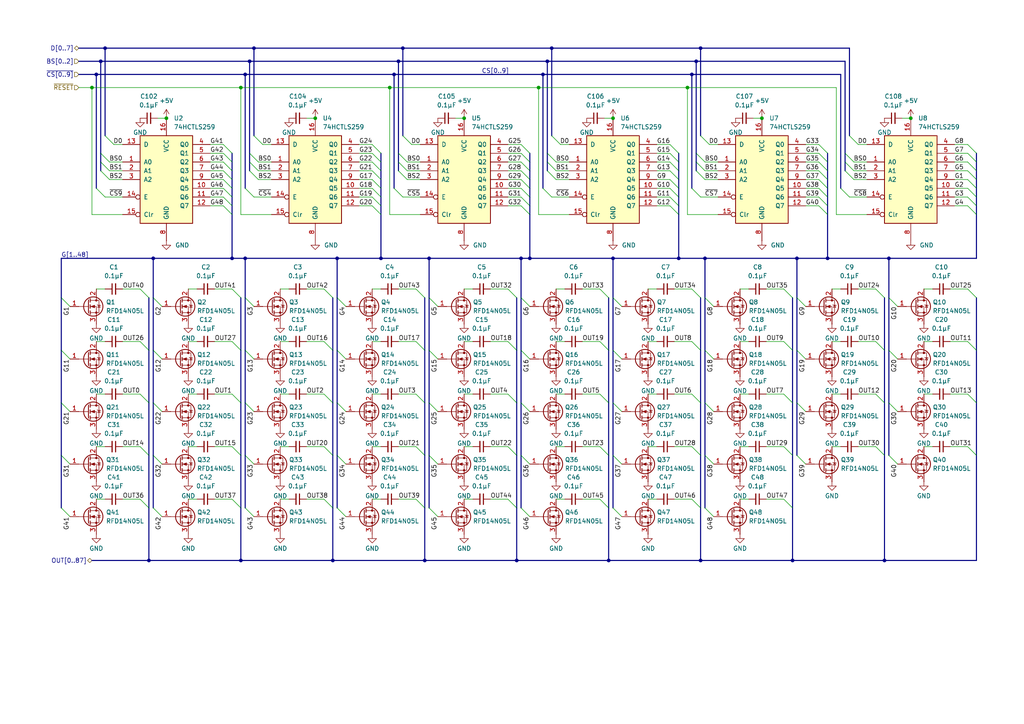
<source format=kicad_sch>
(kicad_sch (version 20250114) (generator "eeschema") (generator_version "9.0")
  (paper "A4")
  (title_block (title "ALLPRO88 Socket Module Template"))
  (junction (at 153.67 74.93))
  (junction (at 177.8 34.29))
  (junction (at 44.45 74.93))
  (junction (at 256.54 162.56))
  (junction (at 113.03 25.4))
  (junction (at 151.13 74.93))
  (junction (at 204.47 74.93))
  (junction (at 124.46 74.93))
  (junction (at 123.19 162.56))
  (junction (at 160.02 13.97))
  (junction (at 71.12 74.93))
  (junction (at 156.21 25.4))
  (junction (at 97.79 74.93))
  (junction (at 73.66 13.97))
  (junction (at 134.62 34.29))
  (junction (at 231.14 74.93))
  (junction (at 27.94 21.59))
  (junction (at 203.2 162.56))
  (junction (at 157.48 21.59))
  (junction (at 176.53 162.56))
  (junction (at 200.66 21.59))
  (junction (at 158.75 17.78))
  (junction (at 91.44 34.29))
  (junction (at 29.21 17.78))
  (junction (at 114.3 21.59))
  (junction (at 67.31 74.93))
  (junction (at 71.12 21.59))
  (junction (at 257.81 74.93))
  (junction (at 201.93 17.78))
  (junction (at 26.67 25.4))
  (junction (at 115.57 17.78))
  (junction (at 110.49 74.93))
  (junction (at 149.86 162.56))
  (junction (at 177.8 74.93))
  (junction (at 69.85 162.56))
  (junction (at 30.48 13.97))
  (junction (at 199.39 25.4))
  (junction (at 220.98 34.29))
  (junction (at 116.84 13.97))
  (junction (at 264.16 34.29))
  (junction (at 43.18 162.56))
  (junction (at 203.2 13.97))
  (junction (at 96.52 162.56))
  (junction (at 69.85 25.4))
  (junction (at 196.85 74.93))
  (junction (at 229.87 162.56))
  (junction (at 240.03 74.93))
  (junction (at 48.26 34.29))
  (junction (at 72.39 17.78))
  (bus_entry (at 200.66 99.06) (size 2.54 2.54))
  (bus_entry (at 227.33 129.54) (size 2.54 2.54))
  (bus_entry (at 107.95 54.61) (size 2.54 2.54))
  (bus_entry (at 254 99.06) (size 2.54 2.54))
  (bus_entry (at 64.77 49.53) (size 2.54 2.54))
  (bus_entry (at 194.31 49.53) (size 2.54 2.54))
  (bus_entry (at 246.38 39.37) (size 2.54 2.54))
  (bus_entry (at 203.2 39.37) (size 2.54 2.54))
  (bus_entry (at 207.01 88.9) (size -2.54 -2.54))
  (bus_entry (at 151.13 46.99) (size 2.54 2.54))
  (bus_entry (at 40.64 99.06) (size 2.54 2.54))
  (bus_entry (at 153.67 119.38) (size -2.54 -2.54))
  (bus_entry (at 71.12 54.61) (size 2.54 2.54))
  (bus_entry (at 147.32 114.3) (size 2.54 2.54))
  (bus_entry (at 200.66 129.54) (size 2.54 2.54))
  (bus_entry (at 194.31 57.15) (size 2.54 2.54))
  (bus_entry (at 67.31 144.78) (size 2.54 2.54))
  (bus_entry (at 73.66 149.86) (size -2.54 -2.54))
  (bus_entry (at 46.99 88.9) (size -2.54 -2.54))
  (bus_entry (at 120.65 129.54) (size 2.54 2.54))
  (bus_entry (at 20.32 104.14) (size -2.54 -2.54))
  (bus_entry (at 151.13 57.15) (size 2.54 2.54))
  (bus_entry (at 237.49 46.99) (size 2.54 2.54))
  (bus_entry (at 40.64 144.78) (size 2.54 2.54))
  (bus_entry (at 120.65 144.78) (size 2.54 2.54))
  (bus_entry (at 118.11 52.07) (size -2.54 -2.54))
  (bus_entry (at 157.48 54.61) (size 2.54 2.54))
  (bus_entry (at 46.99 119.38) (size -2.54 -2.54))
  (bus_entry (at 64.77 57.15) (size 2.54 2.54))
  (bus_entry (at 227.33 144.78) (size 2.54 2.54))
  (bus_entry (at 31.75 52.07) (size -2.54 -2.54))
  (bus_entry (at 280.67 46.99) (size 2.54 2.54))
  (bus_entry (at 118.11 49.53) (size -2.54 -2.54))
  (bus_entry (at 233.68 119.38) (size -2.54 -2.54))
  (bus_entry (at 67.31 83.82) (size 2.54 2.54))
  (bus_entry (at 107.95 49.53) (size 2.54 2.54))
  (bus_entry (at 100.33 88.9) (size -2.54 -2.54))
  (bus_entry (at 194.31 54.61) (size 2.54 2.54))
  (bus_entry (at 127 88.9) (size -2.54 -2.54))
  (bus_entry (at 107.95 52.07) (size 2.54 2.54))
  (bus_entry (at 107.95 59.69) (size 2.54 2.54))
  (bus_entry (at 237.49 54.61) (size 2.54 2.54))
  (bus_entry (at 280.67 44.45) (size 2.54 2.54))
  (bus_entry (at 260.35 104.14) (size -2.54 -2.54))
  (bus_entry (at 67.31 114.3) (size 2.54 2.54))
  (bus_entry (at 280.67 49.53) (size 2.54 2.54))
  (bus_entry (at 200.66 114.3) (size 2.54 2.54))
  (bus_entry (at 64.77 52.07) (size 2.54 2.54))
  (bus_entry (at 233.68 134.62) (size -2.54 -2.54))
  (bus_entry (at 67.31 129.54) (size 2.54 2.54))
  (bus_entry (at 280.67 41.91) (size 2.54 2.54))
  (bus_entry (at 194.31 59.69) (size 2.54 2.54))
  (bus_entry (at 127 149.86) (size -2.54 -2.54))
  (bus_entry (at 100.33 119.38) (size -2.54 -2.54))
  (bus_entry (at 207.01 134.62) (size -2.54 -2.54))
  (bus_entry (at 243.84 54.61) (size 2.54 2.54))
  (bus_entry (at 227.33 99.06) (size 2.54 2.54))
  (bus_entry (at 280.67 129.54) (size 2.54 2.54))
  (bus_entry (at 204.47 49.53) (size -2.54 -2.54))
  (bus_entry (at 247.65 49.53) (size -2.54 -2.54))
  (bus_entry (at 73.66 119.38) (size -2.54 -2.54))
  (bus_entry (at 147.32 83.82) (size 2.54 2.54))
  (bus_entry (at 173.99 114.3) (size 2.54 2.54))
  (bus_entry (at 116.84 39.37) (size 2.54 2.54))
  (bus_entry (at 27.94 54.61) (size 2.54 2.54))
  (bus_entry (at 64.77 46.99) (size 2.54 2.54))
  (bus_entry (at 118.11 46.99) (size -2.54 -2.54))
  (bus_entry (at 254 129.54) (size 2.54 2.54))
  (bus_entry (at 93.98 114.3) (size 2.54 2.54))
  (bus_entry (at 120.65 83.82) (size 2.54 2.54))
  (bus_entry (at 64.77 54.61) (size 2.54 2.54))
  (bus_entry (at 233.68 104.14) (size -2.54 -2.54))
  (bus_entry (at 40.64 83.82) (size 2.54 2.54))
  (bus_entry (at 247.65 52.07) (size -2.54 -2.54))
  (bus_entry (at 153.67 88.9) (size -2.54 -2.54))
  (bus_entry (at 280.67 54.61) (size 2.54 2.54))
  (bus_entry (at 64.77 41.91) (size 2.54 2.54))
  (bus_entry (at 74.93 46.99) (size -2.54 -2.54))
  (bus_entry (at 74.93 49.53) (size -2.54 -2.54))
  (bus_entry (at 237.49 52.07) (size 2.54 2.54))
  (bus_entry (at 180.34 119.38) (size -2.54 -2.54))
  (bus_entry (at 194.31 46.99) (size 2.54 2.54))
  (bus_entry (at 73.66 134.62) (size -2.54 -2.54))
  (bus_entry (at 120.65 114.3) (size 2.54 2.54))
  (bus_entry (at 160.02 39.37) (size 2.54 2.54))
  (bus_entry (at 233.68 88.9) (size -2.54 -2.54))
  (bus_entry (at 64.77 44.45) (size 2.54 2.54))
  (bus_entry (at 247.65 46.99) (size -2.54 -2.54))
  (bus_entry (at 147.32 99.06) (size 2.54 2.54))
  (bus_entry (at 114.3 54.61) (size 2.54 2.54))
  (bus_entry (at 260.35 134.62) (size -2.54 -2.54))
  (bus_entry (at 151.13 49.53) (size 2.54 2.54))
  (bus_entry (at 40.64 129.54) (size 2.54 2.54))
  (bus_entry (at 153.67 104.14) (size -2.54 -2.54))
  (bus_entry (at 127 104.14) (size -2.54 -2.54))
  (bus_entry (at 161.29 52.07) (size -2.54 -2.54))
  (bus_entry (at 73.66 39.37) (size 2.54 2.54))
  (bus_entry (at 200.66 144.78) (size 2.54 2.54))
  (bus_entry (at 151.13 54.61) (size 2.54 2.54))
  (bus_entry (at 280.67 83.82) (size 2.54 2.54))
  (bus_entry (at 20.32 119.38) (size -2.54 -2.54))
  (bus_entry (at 46.99 104.14) (size -2.54 -2.54))
  (bus_entry (at 74.93 52.07) (size -2.54 -2.54))
  (bus_entry (at 173.99 144.78) (size 2.54 2.54))
  (bus_entry (at 20.32 134.62) (size -2.54 -2.54))
  (bus_entry (at 237.49 59.69) (size 2.54 2.54))
  (bus_entry (at 20.32 149.86) (size -2.54 -2.54))
  (bus_entry (at 173.99 129.54) (size 2.54 2.54))
  (bus_entry (at 107.95 57.15) (size 2.54 2.54))
  (bus_entry (at 194.31 44.45) (size 2.54 2.54))
  (bus_entry (at 31.75 46.99) (size -2.54 -2.54))
  (bus_entry (at 100.33 104.14) (size -2.54 -2.54))
  (bus_entry (at 280.67 59.69) (size 2.54 2.54))
  (bus_entry (at 153.67 134.62) (size -2.54 -2.54))
  (bus_entry (at 280.67 52.07) (size 2.54 2.54))
  (bus_entry (at 147.32 144.78) (size 2.54 2.54))
  (bus_entry (at 20.32 88.9) (size -2.54 -2.54))
  (bus_entry (at 31.75 49.53) (size -2.54 -2.54))
  (bus_entry (at 280.67 99.06) (size 2.54 2.54))
  (bus_entry (at 237.49 49.53) (size 2.54 2.54))
  (bus_entry (at 40.64 114.3) (size 2.54 2.54))
  (bus_entry (at 93.98 83.82) (size 2.54 2.54))
  (bus_entry (at 30.48 39.37) (size 2.54 2.54))
  (bus_entry (at 280.67 114.3) (size 2.54 2.54))
  (bus_entry (at 173.99 83.82) (size 2.54 2.54))
  (bus_entry (at 73.66 104.14) (size -2.54 -2.54))
  (bus_entry (at 151.13 52.07) (size 2.54 2.54))
  (bus_entry (at 227.33 114.3) (size 2.54 2.54))
  (bus_entry (at 151.13 59.69) (size 2.54 2.54))
  (bus_entry (at 120.65 99.06) (size 2.54 2.54))
  (bus_entry (at 127 119.38) (size -2.54 -2.54))
  (bus_entry (at 67.31 99.06) (size 2.54 2.54))
  (bus_entry (at 100.33 149.86) (size -2.54 -2.54))
  (bus_entry (at 194.31 41.91) (size 2.54 2.54))
  (bus_entry (at 204.47 46.99) (size -2.54 -2.54))
  (bus_entry (at 161.29 49.53) (size -2.54 -2.54))
  (bus_entry (at 64.77 59.69) (size 2.54 2.54))
  (bus_entry (at 200.66 54.61) (size 2.54 2.54))
  (bus_entry (at 254 114.3) (size 2.54 2.54))
  (bus_entry (at 207.01 119.38) (size -2.54 -2.54))
  (bus_entry (at 100.33 134.62) (size -2.54 -2.54))
  (bus_entry (at 73.66 88.9) (size -2.54 -2.54))
  (bus_entry (at 107.95 41.91) (size 2.54 2.54))
  (bus_entry (at 161.29 46.99) (size -2.54 -2.54))
  (bus_entry (at 93.98 99.06) (size 2.54 2.54))
  (bus_entry (at 180.34 134.62) (size -2.54 -2.54))
  (bus_entry (at 46.99 149.86) (size -2.54 -2.54))
  (bus_entry (at 180.34 149.86) (size -2.54 -2.54))
  (bus_entry (at 260.35 88.9) (size -2.54 -2.54))
  (bus_entry (at 153.67 149.86) (size -2.54 -2.54))
  (bus_entry (at 93.98 144.78) (size 2.54 2.54))
  (bus_entry (at 46.99 134.62) (size -2.54 -2.54))
  (bus_entry (at 127 134.62) (size -2.54 -2.54))
  (bus_entry (at 280.67 57.15) (size 2.54 2.54))
  (bus_entry (at 107.95 46.99) (size 2.54 2.54))
  (bus_entry (at 194.31 52.07) (size 2.54 2.54))
  (bus_entry (at 227.33 83.82) (size 2.54 2.54))
  (bus_entry (at 200.66 83.82) (size 2.54 2.54))
  (bus_entry (at 237.49 44.45) (size 2.54 2.54))
  (bus_entry (at 151.13 41.91) (size 2.54 2.54))
  (bus_entry (at 93.98 129.54) (size 2.54 2.54))
  (bus_entry (at 180.34 104.14) (size -2.54 -2.54))
  (bus_entry (at 173.99 99.06) (size 2.54 2.54))
  (bus_entry (at 207.01 149.86) (size -2.54 -2.54))
  (bus_entry (at 147.32 129.54) (size 2.54 2.54))
  (bus_entry (at 207.01 104.14) (size -2.54 -2.54))
  (bus_entry (at 204.47 52.07) (size -2.54 -2.54))
  (bus_entry (at 107.95 44.45) (size 2.54 2.54))
  (bus_entry (at 180.34 88.9) (size -2.54 -2.54))
  (bus_entry (at 260.35 119.38) (size -2.54 -2.54))
  (bus_entry (at 254 83.82) (size 2.54 2.54))
  (bus_entry (at 237.49 57.15) (size 2.54 2.54))
  (bus_entry (at 237.49 41.91) (size 2.54 2.54))
  (bus_entry (at 151.13 44.45) (size 2.54 2.54))
  (wire (pts (xy 54.61 83.82) (xy 57.15 83.82)))
  (bus (pts (xy 283.21 86.36) (xy 283.21 101.6)))
  (wire (pts (xy 33.02 41.91) (xy 35.56 41.91)))
  (bus (pts (xy 240.03 44.45) (xy 240.03 46.99)))
  (wire (pts (xy 190.5 41.91) (xy 194.31 41.91)))
  (wire (pts (xy 241.3 83.82) (xy 243.84 83.82)))
  (wire (pts (xy 208.28 62.23) (xy 199.39 62.23)))
  (bus (pts (xy 243.84 21.59) (xy 243.84 54.61)))
  (wire (pts (xy 62.23 99.06) (xy 67.31 99.06)))
  (wire (pts (xy 134.62 99.06) (xy 137.16 99.06)))
  (bus (pts (xy 96.52 101.6) (xy 96.52 116.84)))
  (wire (pts (xy 132.08 34.29) (xy 134.62 34.29)))
  (wire (pts (xy 81.28 114.3) (xy 83.82 114.3)))
  (bus (pts (xy 96.52 147.32) (xy 96.52 162.56)))
  (wire (pts (xy 276.86 46.99) (xy 280.67 46.99)))
  (wire (pts (xy 147.32 59.69) (xy 151.13 59.69)))
  (bus (pts (xy 240.03 49.53) (xy 240.03 52.07)))
  (wire (pts (xy 247.65 46.99) (xy 251.46 46.99)))
  (wire (pts (xy 119.38 41.91) (xy 121.92 41.91)))
  (bus (pts (xy 71.12 101.6) (xy 71.12 116.84)))
  (bus (pts (xy 229.87 147.32) (xy 229.87 162.56)))
  (wire (pts (xy 30.48 57.15) (xy 35.56 57.15)))
  (bus (pts (xy 196.85 49.53) (xy 196.85 52.07)))
  (wire (pts (xy 222.25 83.82) (xy 227.33 83.82)))
  (bus (pts (xy 257.81 74.93) (xy 283.21 74.93)))
  (wire (pts (xy 121.92 62.23) (xy 113.03 62.23)))
  (bus (pts (xy 196.85 46.99) (xy 196.85 49.53)))
  (wire (pts (xy 275.59 114.3) (xy 280.67 114.3)))
  (wire (pts (xy 175.26 34.29) (xy 177.8 34.29)))
  (bus (pts (xy 151.13 86.36) (xy 151.13 101.6)))
  (bus (pts (xy 29.21 17.78) (xy 29.21 44.45)))
  (wire (pts (xy 81.28 144.78) (xy 83.82 144.78)))
  (bus (pts (xy 71.12 21.59) (xy 114.3 21.59)))
  (wire (pts (xy 115.57 114.3) (xy 120.65 114.3)))
  (wire (pts (xy 190.5 44.45) (xy 194.31 44.45)))
  (wire (pts (xy 161.29 83.82) (xy 163.83 83.82)))
  (bus (pts (xy 196.85 44.45) (xy 196.85 46.99)))
  (bus (pts (xy 17.78 74.93) (xy 44.45 74.93)))
  (bus (pts (xy 196.85 52.07) (xy 196.85 54.61)))
  (wire (pts (xy 118.11 46.99) (xy 121.92 46.99)))
  (wire (pts (xy 214.63 144.78) (xy 217.17 144.78)))
  (wire (pts (xy 60.96 54.61) (xy 64.77 54.61)))
  (wire (pts (xy 88.9 114.3) (xy 93.98 114.3)))
  (bus (pts (xy 231.14 86.36) (xy 231.14 101.6)))
  (bus (pts (xy 97.79 132.08) (xy 97.79 147.32)))
  (wire (pts (xy 134.62 83.82) (xy 137.16 83.82)))
  (wire (pts (xy 161.29 49.53) (xy 165.1 49.53)))
  (wire (pts (xy 204.47 46.99) (xy 208.28 46.99)))
  (bus (pts (xy 283.21 44.45) (xy 283.21 46.99)))
  (bus (pts (xy 176.53 132.08) (xy 176.53 147.32)))
  (bus (pts (xy 283.21 116.84) (xy 283.21 132.08)))
  (bus (pts (xy 67.31 54.61) (xy 67.31 57.15)))
  (wire (pts (xy 276.86 52.07) (xy 280.67 52.07)))
  (bus (pts (xy 196.85 62.23) (xy 196.85 74.93)))
  (bus (pts (xy 97.79 101.6) (xy 97.79 116.84)))
  (wire (pts (xy 104.14 57.15) (xy 107.95 57.15)))
  (bus (pts (xy 67.31 49.53) (xy 67.31 52.07)))
  (wire (pts (xy 267.97 129.54) (xy 270.51 129.54)))
  (wire (pts (xy 74.93 46.99) (xy 78.74 46.99)))
  (wire (pts (xy 204.47 49.53) (xy 208.28 49.53)))
  (bus (pts (xy 229.87 132.08) (xy 229.87 147.32)))
  (bus (pts (xy 17.78 86.36) (xy 17.78 101.6)))
  (wire (pts (xy 168.91 144.78) (xy 173.99 144.78)))
  (wire (pts (xy 142.24 144.78) (xy 147.32 144.78)))
  (bus (pts (xy 203.2 86.36) (xy 203.2 101.6)))
  (wire (pts (xy 104.14 54.61) (xy 107.95 54.61)))
  (bus (pts (xy 67.31 46.99) (xy 67.31 49.53)))
  (bus (pts (xy 27.94 21.59) (xy 27.94 54.61)))
  (wire (pts (xy 62.23 83.82) (xy 67.31 83.82)))
  (bus (pts (xy 158.75 17.78) (xy 158.75 44.45)))
  (wire (pts (xy 187.96 99.06) (xy 190.5 99.06)))
  (wire (pts (xy 107.95 114.3) (xy 110.49 114.3)))
  (wire (pts (xy 161.29 99.06) (xy 163.83 99.06)))
  (bus (pts (xy 283.21 49.53) (xy 283.21 52.07)))
  (wire (pts (xy 134.62 144.78) (xy 137.16 144.78)))
  (bus (pts (xy 124.46 86.36) (xy 124.46 101.6)))
  (wire (pts (xy 31.75 46.99) (xy 35.56 46.99)))
  (bus (pts (xy 115.57 17.78) (xy 158.75 17.78)))
  (bus (pts (xy 203.2 116.84) (xy 203.2 132.08)))
  (bus (pts (xy 229.87 86.36) (xy 229.87 101.6)))
  (bus (pts (xy 240.03 59.69) (xy 240.03 62.23)))
  (bus (pts (xy 229.87 101.6) (xy 229.87 116.84)))
  (bus (pts (xy 151.13 101.6) (xy 151.13 116.84)))
  (wire (pts (xy 115.57 129.54) (xy 120.65 129.54)))
  (bus (pts (xy 256.54 86.36) (xy 256.54 101.6)))
  (bus (pts (xy 115.57 46.99) (xy 115.57 44.45)))
  (bus (pts (xy 69.85 132.08) (xy 69.85 147.32)))
  (wire (pts (xy 161.29 52.07) (xy 165.1 52.07)))
  (wire (pts (xy 276.86 59.69) (xy 280.67 59.69)))
  (wire (pts (xy 275.59 129.54) (xy 280.67 129.54)))
  (bus (pts (xy 200.66 21.59) (xy 200.66 54.61)))
  (bus (pts (xy 153.67 44.45) (xy 153.67 46.99)))
  (wire (pts (xy 203.2 57.15) (xy 208.28 57.15)))
  (wire (pts (xy 162.56 41.91) (xy 165.1 41.91)))
  (wire (pts (xy 27.94 129.54) (xy 30.48 129.54)))
  (bus (pts (xy 124.46 74.93) (xy 151.13 74.93)))
  (wire (pts (xy 134.62 114.3) (xy 137.16 114.3)))
  (wire (pts (xy 26.67 25.4) (xy 22.86 25.4)))
  (bus (pts (xy 72.39 49.53) (xy 72.39 46.99)))
  (bus (pts (xy 73.66 13.97) (xy 116.84 13.97)))
  (bus (pts (xy 283.21 101.6) (xy 283.21 116.84)))
  (bus (pts (xy 149.86 86.36) (xy 149.86 101.6)))
  (bus (pts (xy 151.13 74.93) (xy 153.67 74.93)))
  (bus (pts (xy 22.86 21.59) (xy 27.94 21.59)))
  (bus (pts (xy 240.03 74.93) (xy 257.81 74.93)))
  (bus (pts (xy 283.21 62.23) (xy 283.21 74.93)))
  (bus (pts (xy 17.78 86.36) (xy 17.78 74.93)))
  (bus (pts (xy 69.85 116.84) (xy 69.85 132.08)))
  (wire (pts (xy 222.25 114.3) (xy 227.33 114.3)))
  (bus (pts (xy 97.79 116.84) (xy 97.79 132.08)))
  (bus (pts (xy 203.2 101.6) (xy 203.2 116.84)))
  (wire (pts (xy 247.65 52.07) (xy 251.46 52.07)))
  (bus (pts (xy 201.93 46.99) (xy 201.93 44.45)))
  (wire (pts (xy 248.92 83.82) (xy 254 83.82)))
  (bus (pts (xy 229.87 116.84) (xy 229.87 132.08)))
  (bus (pts (xy 196.85 54.61) (xy 196.85 57.15)))
  (bus (pts (xy 114.3 21.59) (xy 114.3 54.61)))
  (wire (pts (xy 222.25 144.78) (xy 227.33 144.78)))
  (wire (pts (xy 168.91 114.3) (xy 173.99 114.3)))
  (bus (pts (xy 67.31 59.69) (xy 67.31 62.23)))
  (bus (pts (xy 245.11 46.99) (xy 245.11 44.45)))
  (bus (pts (xy 153.67 49.53) (xy 153.67 52.07)))
  (wire (pts (xy 54.61 99.06) (xy 57.15 99.06)))
  (wire (pts (xy 276.86 54.61) (xy 280.67 54.61)))
  (bus (pts (xy 240.03 57.15) (xy 240.03 59.69)))
  (wire (pts (xy 69.85 25.4) (xy 26.67 25.4)))
  (bus (pts (xy 157.48 21.59) (xy 200.66 21.59)))
  (wire (pts (xy 35.56 144.78) (xy 40.64 144.78)))
  (wire (pts (xy 54.61 114.3) (xy 57.15 114.3)))
  (bus (pts (xy 240.03 52.07) (xy 240.03 54.61)))
  (bus (pts (xy 176.53 101.6) (xy 176.53 116.84)))
  (bus (pts (xy 256.54 162.56) (xy 283.21 162.56)))
  (bus (pts (xy 110.49 44.45) (xy 110.49 46.99)))
  (bus (pts (xy 30.48 13.97) (xy 73.66 13.97)))
  (bus (pts (xy 231.14 74.93) (xy 231.14 86.36)))
  (bus (pts (xy 124.46 132.08) (xy 124.46 147.32)))
  (bus (pts (xy 200.66 21.59) (xy 243.84 21.59)))
  (wire (pts (xy 142.24 114.3) (xy 147.32 114.3)))
  (bus (pts (xy 196.85 59.69) (xy 196.85 62.23)))
  (bus (pts (xy 71.12 116.84) (xy 71.12 132.08)))
  (bus (pts (xy 257.81 86.36) (xy 257.81 101.6)))
  (wire (pts (xy 35.56 62.23) (xy 26.67 62.23)))
  (bus (pts (xy 96.52 162.56) (xy 123.19 162.56)))
  (bus (pts (xy 22.86 13.97) (xy 30.48 13.97)))
  (wire (pts (xy 242.57 62.23) (xy 242.57 25.4)))
  (bus (pts (xy 67.31 52.07) (xy 67.31 54.61)))
  (wire (pts (xy 248.92 114.3) (xy 254 114.3)))
  (bus (pts (xy 245.11 49.53) (xy 245.11 46.99)))
  (wire (pts (xy 222.25 129.54) (xy 227.33 129.54)))
  (wire (pts (xy 113.03 25.4) (xy 69.85 25.4)))
  (bus (pts (xy 149.86 132.08) (xy 149.86 147.32)))
  (wire (pts (xy 267.97 114.3) (xy 270.51 114.3)))
  (bus (pts (xy 151.13 132.08) (xy 151.13 147.32)))
  (bus (pts (xy 67.31 44.45) (xy 67.31 46.99)))
  (bus (pts (xy 44.45 132.08) (xy 44.45 147.32)))
  (wire (pts (xy 115.57 83.82) (xy 120.65 83.82)))
  (bus (pts (xy 229.87 162.56) (xy 256.54 162.56)))
  (bus (pts (xy 110.49 49.53) (xy 110.49 52.07)))
  (bus (pts (xy 240.03 62.23) (xy 240.03 74.93)))
  (bus (pts (xy 203.2 162.56) (xy 229.87 162.56)))
  (wire (pts (xy 165.1 62.23) (xy 156.21 62.23)))
  (bus (pts (xy 256.54 132.08) (xy 256.54 162.56)))
  (wire (pts (xy 115.57 144.78) (xy 120.65 144.78)))
  (bus (pts (xy 201.93 17.78) (xy 245.11 17.78)))
  (bus (pts (xy 123.19 147.32) (xy 123.19 162.56)))
  (wire (pts (xy 60.96 49.53) (xy 64.77 49.53)))
  (wire (pts (xy 27.94 144.78) (xy 30.48 144.78)))
  (wire (pts (xy 199.39 62.23) (xy 199.39 25.4)))
  (wire (pts (xy 199.39 25.4) (xy 156.21 25.4)))
  (bus (pts (xy 44.45 101.6) (xy 44.45 116.84)))
  (bus (pts (xy 17.78 116.84) (xy 17.78 132.08)))
  (bus (pts (xy 204.47 132.08) (xy 204.47 147.32)))
  (bus (pts (xy 29.21 49.53) (xy 29.21 46.99)))
  (wire (pts (xy 74.93 52.07) (xy 78.74 52.07)))
  (bus (pts (xy 245.11 17.78) (xy 245.11 44.45)))
  (bus (pts (xy 69.85 162.56) (xy 96.52 162.56)))
  (wire (pts (xy 275.59 99.06) (xy 280.67 99.06)))
  (bus (pts (xy 257.81 74.93) (xy 257.81 86.36)))
  (wire (pts (xy 261.62 34.29) (xy 264.16 34.29)))
  (bus (pts (xy 69.85 147.32) (xy 69.85 162.56)))
  (wire (pts (xy 187.96 114.3) (xy 190.5 114.3)))
  (bus (pts (xy 196.85 57.15) (xy 196.85 59.69)))
  (bus (pts (xy 201.93 17.78) (xy 201.93 44.45)))
  (wire (pts (xy 241.3 99.06) (xy 243.84 99.06)))
  (wire (pts (xy 104.14 52.07) (xy 107.95 52.07)))
  (bus (pts (xy 240.03 54.61) (xy 240.03 57.15)))
  (bus (pts (xy 71.12 132.08) (xy 71.12 147.32)))
  (wire (pts (xy 104.14 41.91) (xy 107.95 41.91)))
  (bus (pts (xy 30.48 13.97) (xy 30.48 39.37)))
  (wire (pts (xy 190.5 59.69) (xy 194.31 59.69)))
  (wire (pts (xy 60.96 57.15) (xy 64.77 57.15)))
  (bus (pts (xy 283.21 54.61) (xy 283.21 57.15)))
  (bus (pts (xy 96.52 86.36) (xy 96.52 101.6)))
  (wire (pts (xy 147.32 49.53) (xy 151.13 49.53)))
  (bus (pts (xy 97.79 74.93) (xy 97.79 86.36)))
  (wire (pts (xy 241.3 114.3) (xy 243.84 114.3)))
  (wire (pts (xy 247.65 49.53) (xy 251.46 49.53)))
  (wire (pts (xy 73.66 57.15) (xy 78.74 57.15)))
  (wire (pts (xy 187.96 83.82) (xy 190.5 83.82)))
  (wire (pts (xy 218.44 34.29) (xy 220.98 34.29)))
  (bus (pts (xy 67.31 74.93) (xy 71.12 74.93)))
  (wire (pts (xy 190.5 57.15) (xy 194.31 57.15)))
  (wire (pts (xy 147.32 52.07) (xy 151.13 52.07)))
  (wire (pts (xy 156.21 25.4) (xy 113.03 25.4)))
  (bus (pts (xy 67.31 57.15) (xy 67.31 59.69)))
  (bus (pts (xy 177.8 74.93) (xy 177.8 86.36)))
  (wire (pts (xy 88.9 129.54) (xy 93.98 129.54)))
  (wire (pts (xy 190.5 46.99) (xy 194.31 46.99)))
  (wire (pts (xy 45.72 34.29) (xy 48.26 34.29)))
  (bus (pts (xy 151.13 116.84) (xy 151.13 132.08)))
  (bus (pts (xy 110.49 74.93) (xy 124.46 74.93)))
  (wire (pts (xy 214.63 129.54) (xy 217.17 129.54)))
  (bus (pts (xy 17.78 101.6) (xy 17.78 116.84)))
  (wire (pts (xy 115.57 99.06) (xy 120.65 99.06)))
  (bus (pts (xy 231.14 74.93) (xy 240.03 74.93)))
  (bus (pts (xy 153.67 57.15) (xy 153.67 59.69)))
  (wire (pts (xy 248.92 99.06) (xy 254 99.06)))
  (wire (pts (xy 195.58 114.3) (xy 200.66 114.3)))
  (wire (pts (xy 60.96 41.91) (xy 64.77 41.91)))
  (bus (pts (xy 43.18 147.32) (xy 43.18 162.56)))
  (wire (pts (xy 233.68 57.15) (xy 237.49 57.15)))
  (wire (pts (xy 276.86 44.45) (xy 280.67 44.45)))
  (bus (pts (xy 196.85 74.93) (xy 204.47 74.93)))
  (wire (pts (xy 233.68 52.07) (xy 237.49 52.07)))
  (wire (pts (xy 31.75 52.07) (xy 35.56 52.07)))
  (wire (pts (xy 60.96 59.69) (xy 64.77 59.69)))
  (wire (pts (xy 35.56 99.06) (xy 40.64 99.06)))
  (wire (pts (xy 81.28 83.82) (xy 83.82 83.82)))
  (wire (pts (xy 190.5 52.07) (xy 194.31 52.07)))
  (bus (pts (xy 29.21 17.78) (xy 72.39 17.78)))
  (wire (pts (xy 107.95 144.78) (xy 110.49 144.78)))
  (wire (pts (xy 214.63 114.3) (xy 217.17 114.3)))
  (bus (pts (xy 203.2 132.08) (xy 203.2 147.32)))
  (bus (pts (xy 231.14 101.6) (xy 231.14 116.84)))
  (bus (pts (xy 153.67 54.61) (xy 153.67 57.15)))
  (wire (pts (xy 161.29 114.3) (xy 163.83 114.3)))
  (wire (pts (xy 147.32 41.91) (xy 151.13 41.91)))
  (bus (pts (xy 160.02 13.97) (xy 160.02 39.37)))
  (wire (pts (xy 62.23 144.78) (xy 67.31 144.78)))
  (wire (pts (xy 276.86 41.91) (xy 280.67 41.91)))
  (wire (pts (xy 107.95 83.82) (xy 110.49 83.82)))
  (wire (pts (xy 62.23 114.3) (xy 67.31 114.3)))
  (bus (pts (xy 151.13 74.93) (xy 151.13 86.36)))
  (wire (pts (xy 248.92 129.54) (xy 254 129.54)))
  (bus (pts (xy 177.8 101.6) (xy 177.8 116.84)))
  (bus (pts (xy 177.8 116.84) (xy 177.8 132.08)))
  (bus (pts (xy 153.67 46.99) (xy 153.67 49.53)))
  (bus (pts (xy 124.46 74.93) (xy 124.46 86.36)))
  (bus (pts (xy 17.78 132.08) (xy 17.78 147.32)))
  (bus (pts (xy 158.75 17.78) (xy 201.93 17.78)))
  (bus (pts (xy 22.86 17.78) (xy 29.21 17.78)))
  (wire (pts (xy 168.91 99.06) (xy 173.99 99.06)))
  (wire (pts (xy 187.96 144.78) (xy 190.5 144.78)))
  (bus (pts (xy 176.53 86.36) (xy 176.53 101.6)))
  (bus (pts (xy 43.18 132.08) (xy 43.18 147.32)))
  (bus (pts (xy 43.18 86.36) (xy 43.18 101.6)))
  (bus (pts (xy 29.21 46.99) (xy 29.21 44.45)))
  (bus (pts (xy 257.81 116.84) (xy 257.81 132.08)))
  (wire (pts (xy 104.14 59.69) (xy 107.95 59.69)))
  (bus (pts (xy 27.94 21.59) (xy 71.12 21.59)))
  (bus (pts (xy 123.19 162.56) (xy 149.86 162.56)))
  (bus (pts (xy 110.49 62.23) (xy 110.49 74.93)))
  (bus (pts (xy 240.03 46.99) (xy 240.03 49.53)))
  (bus (pts (xy 256.54 101.6) (xy 256.54 116.84)))
  (wire (pts (xy 35.56 114.3) (xy 40.64 114.3)))
  (bus (pts (xy 177.8 86.36) (xy 177.8 101.6)))
  (bus (pts (xy 153.67 74.93) (xy 177.8 74.93)))
  (wire (pts (xy 222.25 99.06) (xy 227.33 99.06)))
  (wire (pts (xy 214.63 83.82) (xy 217.17 83.82)))
  (bus (pts (xy 124.46 116.84) (xy 124.46 132.08)))
  (bus (pts (xy 204.47 116.84) (xy 204.47 132.08)))
  (wire (pts (xy 242.57 25.4) (xy 199.39 25.4)))
  (wire (pts (xy 104.14 44.45) (xy 107.95 44.45)))
  (wire (pts (xy 233.68 54.61) (xy 237.49 54.61)))
  (wire (pts (xy 147.32 54.61) (xy 151.13 54.61)))
  (wire (pts (xy 60.96 44.45) (xy 64.77 44.45)))
  (bus (pts (xy 71.12 86.36) (xy 71.12 101.6)))
  (bus (pts (xy 44.45 74.93) (xy 44.45 86.36)))
  (bus (pts (xy 69.85 101.6) (xy 69.85 116.84)))
  (bus (pts (xy 97.79 74.93) (xy 110.49 74.93)))
  (bus (pts (xy 71.12 74.93) (xy 97.79 74.93)))
  (wire (pts (xy 78.74 62.23) (xy 69.85 62.23)))
  (bus (pts (xy 153.67 52.07) (xy 153.67 54.61)))
  (wire (pts (xy 26.67 62.23) (xy 26.67 25.4)))
  (wire (pts (xy 27.94 114.3) (xy 30.48 114.3)))
  (bus (pts (xy 110.49 54.61) (xy 110.49 57.15)))
  (bus (pts (xy 149.86 116.84) (xy 149.86 132.08)))
  (wire (pts (xy 233.68 49.53) (xy 237.49 49.53)))
  (bus (pts (xy 72.39 46.99) (xy 72.39 44.45)))
  (bus (pts (xy 203.2 13.97) (xy 246.38 13.97)))
  (bus (pts (xy 96.52 116.84) (xy 96.52 132.08)))
  (wire (pts (xy 160.02 57.15) (xy 165.1 57.15)))
  (bus (pts (xy 123.19 116.84) (xy 123.19 132.08)))
  (bus (pts (xy 72.39 17.78) (xy 115.57 17.78)))
  (wire (pts (xy 69.85 62.23) (xy 69.85 25.4)))
  (wire (pts (xy 134.62 129.54) (xy 137.16 129.54)))
  (bus (pts (xy 246.38 13.97) (xy 246.38 39.37)))
  (wire (pts (xy 147.32 44.45) (xy 151.13 44.45)))
  (bus (pts (xy 71.12 74.93) (xy 71.12 86.36)))
  (wire (pts (xy 60.96 46.99) (xy 64.77 46.99)))
  (bus (pts (xy 157.48 21.59) (xy 157.48 54.61)))
  (bus (pts (xy 96.52 132.08) (xy 96.52 147.32)))
  (wire (pts (xy 168.91 83.82) (xy 173.99 83.82)))
  (bus (pts (xy 69.85 86.36) (xy 69.85 101.6)))
  (wire (pts (xy 195.58 129.54) (xy 200.66 129.54)))
  (wire (pts (xy 54.61 129.54) (xy 57.15 129.54)))
  (wire (pts (xy 107.95 129.54) (xy 110.49 129.54)))
  (bus (pts (xy 43.18 116.84) (xy 43.18 132.08)))
  (wire (pts (xy 62.23 129.54) (xy 67.31 129.54)))
  (bus (pts (xy 43.18 162.56) (xy 69.85 162.56)))
  (wire (pts (xy 142.24 83.82) (xy 147.32 83.82)))
  (wire (pts (xy 248.92 41.91) (xy 251.46 41.91)))
  (bus (pts (xy 115.57 49.53) (xy 115.57 46.99)))
  (bus (pts (xy 123.19 86.36) (xy 123.19 101.6)))
  (wire (pts (xy 31.75 49.53) (xy 35.56 49.53)))
  (wire (pts (xy 214.63 99.06) (xy 217.17 99.06)))
  (bus (pts (xy 43.18 101.6) (xy 43.18 116.84)))
  (wire (pts (xy 267.97 99.06) (xy 270.51 99.06)))
  (wire (pts (xy 267.97 83.82) (xy 270.51 83.82)))
  (wire (pts (xy 161.29 46.99) (xy 165.1 46.99)))
  (wire (pts (xy 276.86 49.53) (xy 280.67 49.53)))
  (bus (pts (xy 44.45 74.93) (xy 67.31 74.93)))
  (wire (pts (xy 187.96 129.54) (xy 190.5 129.54)))
  (bus (pts (xy 123.19 132.08) (xy 123.19 147.32)))
  (bus (pts (xy 114.3 21.59) (xy 157.48 21.59)))
  (wire (pts (xy 276.86 57.15) (xy 280.67 57.15)))
  (bus (pts (xy 203.2 147.32) (xy 203.2 162.56)))
  (wire (pts (xy 88.9 34.29) (xy 91.44 34.29)))
  (wire (pts (xy 113.03 62.23) (xy 113.03 25.4)))
  (wire (pts (xy 161.29 144.78) (xy 163.83 144.78)))
  (wire (pts (xy 147.32 57.15) (xy 151.13 57.15)))
  (bus (pts (xy 71.12 21.59) (xy 71.12 54.61)))
  (wire (pts (xy 156.21 62.23) (xy 156.21 25.4)))
  (wire (pts (xy 275.59 83.82) (xy 280.67 83.82)))
  (wire (pts (xy 195.58 83.82) (xy 200.66 83.82)))
  (bus (pts (xy 124.46 101.6) (xy 124.46 116.84)))
  (bus (pts (xy 26.67 162.56) (xy 43.18 162.56)))
  (wire (pts (xy 116.84 57.15) (xy 121.92 57.15)))
  (bus (pts (xy 204.47 86.36) (xy 204.47 101.6)))
  (bus (pts (xy 160.02 13.97) (xy 203.2 13.97)))
  (bus (pts (xy 256.54 116.84) (xy 256.54 132.08)))
  (wire (pts (xy 251.46 62.23) (xy 242.57 62.23)))
  (bus (pts (xy 176.53 162.56) (xy 203.2 162.56)))
  (wire (pts (xy 88.9 144.78) (xy 93.98 144.78)))
  (wire (pts (xy 233.68 46.99) (xy 237.49 46.99)))
  (bus (pts (xy 283.21 132.08) (xy 283.21 162.56)))
  (wire (pts (xy 161.29 129.54) (xy 163.83 129.54)))
  (bus (pts (xy 231.14 116.84) (xy 231.14 132.08)))
  (wire (pts (xy 142.24 99.06) (xy 147.32 99.06)))
  (wire (pts (xy 88.9 83.82) (xy 93.98 83.82)))
  (bus (pts (xy 67.31 62.23) (xy 67.31 74.93)))
  (wire (pts (xy 233.68 44.45) (xy 237.49 44.45)))
  (bus (pts (xy 149.86 147.32) (xy 149.86 162.56)))
  (wire (pts (xy 35.56 129.54) (xy 40.64 129.54)))
  (bus (pts (xy 257.81 101.6) (xy 257.81 116.84)))
  (bus (pts (xy 149.86 162.56) (xy 176.53 162.56)))
  (bus (pts (xy 176.53 116.84) (xy 176.53 132.08)))
  (bus (pts (xy 149.86 101.6) (xy 149.86 116.84)))
  (bus (pts (xy 97.79 86.36) (xy 97.79 101.6)))
  (bus (pts (xy 153.67 62.23) (xy 153.67 74.93)))
  (wire (pts (xy 195.58 144.78) (xy 200.66 144.78)))
  (wire (pts (xy 118.11 52.07) (xy 121.92 52.07)))
  (bus (pts (xy 177.8 74.93) (xy 196.85 74.93)))
  (bus (pts (xy 283.21 52.07) (xy 283.21 54.61)))
  (bus (pts (xy 116.84 13.97) (xy 160.02 13.97)))
  (bus (pts (xy 201.93 49.53) (xy 201.93 46.99)))
  (wire (pts (xy 54.61 144.78) (xy 57.15 144.78)))
  (bus (pts (xy 158.75 46.99) (xy 158.75 44.45)))
  (bus (pts (xy 110.49 46.99) (xy 110.49 49.53)))
  (wire (pts (xy 35.56 83.82) (xy 40.64 83.82)))
  (wire (pts (xy 195.58 99.06) (xy 200.66 99.06)))
  (bus (pts (xy 110.49 52.07) (xy 110.49 54.61)))
  (bus (pts (xy 153.67 59.69) (xy 153.67 62.23)))
  (wire (pts (xy 233.68 59.69) (xy 237.49 59.69)))
  (wire (pts (xy 246.38 57.15) (xy 251.46 57.15)))
  (wire (pts (xy 168.91 129.54) (xy 173.99 129.54)))
  (wire (pts (xy 104.14 49.53) (xy 107.95 49.53)))
  (wire (pts (xy 190.5 54.61) (xy 194.31 54.61)))
  (wire (pts (xy 88.9 99.06) (xy 93.98 99.06)))
  (bus (pts (xy 177.8 132.08) (xy 177.8 147.32)))
  (bus (pts (xy 110.49 59.69) (xy 110.49 62.23)))
  (wire (pts (xy 118.11 49.53) (xy 121.92 49.53)))
  (wire (pts (xy 81.28 129.54) (xy 83.82 129.54)))
  (wire (pts (xy 104.14 46.99) (xy 107.95 46.99)))
  (bus (pts (xy 283.21 59.69) (xy 283.21 62.23)))
  (wire (pts (xy 81.28 99.06) (xy 83.82 99.06)))
  (bus (pts (xy 203.2 13.97) (xy 203.2 39.37)))
  (wire (pts (xy 142.24 129.54) (xy 147.32 129.54)))
  (bus (pts (xy 44.45 86.36) (xy 44.45 101.6)))
  (bus (pts (xy 283.21 57.15) (xy 283.21 59.69)))
  (wire (pts (xy 76.2 41.91) (xy 78.74 41.91)))
  (bus (pts (xy 123.19 101.6) (xy 123.19 116.84)))
  (bus (pts (xy 110.49 57.15) (xy 110.49 59.69)))
  (wire (pts (xy 27.94 99.06) (xy 30.48 99.06)))
  (wire (pts (xy 74.93 49.53) (xy 78.74 49.53)))
  (wire (pts (xy 205.74 41.91) (xy 208.28 41.91)))
  (wire (pts (xy 241.3 129.54) (xy 243.84 129.54)))
  (wire (pts (xy 147.32 46.99) (xy 151.13 46.99)))
  (wire (pts (xy 190.5 49.53) (xy 194.31 49.53)))
  (bus (pts (xy 115.57 17.78) (xy 115.57 44.45)))
  (bus (pts (xy 204.47 74.93) (xy 231.14 74.93)))
  (bus (pts (xy 176.53 147.32) (xy 176.53 162.56)))
  (wire (pts (xy 107.95 99.06) (xy 110.49 99.06)))
  (bus (pts (xy 158.75 49.53) (xy 158.75 46.99)))
  (wire (pts (xy 27.94 83.82) (xy 30.48 83.82)))
  (bus (pts (xy 72.39 17.78) (xy 72.39 44.45)))
  (wire (pts (xy 204.47 52.07) (xy 208.28 52.07)))
  (bus (pts (xy 73.66 13.97) (xy 73.66 39.37)))
  (wire (pts (xy 233.68 41.91) (xy 237.49 41.91)))
  (wire (pts (xy 60.96 52.07) (xy 64.77 52.07)))
  (bus (pts (xy 204.47 101.6) (xy 204.47 116.84)))
  (bus (pts (xy 283.21 46.99) (xy 283.21 49.53)))
  (bus (pts (xy 44.45 116.84) (xy 44.45 132.08)))
  (bus (pts (xy 204.47 74.93) (xy 204.47 86.36)))
  (bus (pts (xy 116.84 13.97) (xy 116.84 39.37)))
  (label "BS0" (at 251.46 46.99 180))
  (label "OUT32" (at 142.24 83.82 0))
  (label "OUT2" (at 88.9 114.3 0))
  (label "OUT15" (at 62.23 129.54 0))
  (label "BS1" (at 78.74 49.53 180))
  (label "G34" (at 100.33 134.62 270))
  (label "G46" (at 60.96 54.61 0))
  (label "G4" (at 276.86 59.69 0))
  (label "G43" (at 73.66 149.86 270))
  (label "OUT23" (at 168.91 129.54 0))
  (label "BS2" (at 35.56 52.07 180))
  (label "OUT11" (at 275.59 99.06 0))
  (label "G12" (at 46.99 104.14 270))
  (label "OUT43" (at 115.57 83.82 0))
  (label "OUT22" (at 142.24 129.54 0))
  (label "OUT0" (at 35.56 114.3 0))
  (label "G8" (at 207.01 88.9 270))
  (label "G11" (at 20.32 104.14 270))
  (label "G25" (at 147.32 41.91 0))
  (label "G10" (at 190.5 54.61 0))
  (label "G12" (at 190.5 59.69 0))
  (label "G13" (at 73.66 104.14 270))
  (label "G2" (at 46.99 88.9 270))
  (label "G27" (at 180.34 119.38 270))
  (label "OUT7" (at 222.25 114.3 0))
  (label "G32" (at 147.32 59.69 0))
  (label "BS1" (at 251.46 49.53 180))
  (label "G22" (at 104.14 46.99 0))
  (label "BS1" (at 165.1 49.53 180))
  (label "OUT37" (at 62.23 144.78 0))
  (label "OUT36" (at 35.56 144.78 0))
  (label "G27" (at 147.32 46.99 0))
  (label "OUT25" (at 275.59 83.82 0))
  (label "G18" (at 207.01 104.14 270))
  (label "G41" (at 60.96 41.91 0))
  (label "G37" (at 233.68 52.07 0))
  (label "G2" (at 276.86 54.61 0))
  (label "G9" (at 233.68 88.9 270))
  (label "G41" (at 20.32 149.86 270))
  (label "OUT46" (at 195.58 144.78 0))
  (label "OUT16" (at 88.9 99.06 0))
  (label "~{CS4}" (at 78.74 57.15 180))
  (label "G31" (at 147.32 57.15 0))
  (label "G6" (at 153.67 88.9 270))
  (label "G1" (at 20.32 88.9 270))
  (label "G7" (at 276.86 44.45 0))
  (label "G[1..48]" (at 17.78 74.93 0))
  (label "CS[0..9]" (at 139.7 21.59 0))
  (label "OUT31" (at 275.59 129.54 0))
  (label "~{CS7}" (at 208.28 57.15 180))
  (label "D0" (at 121.92 41.91 180))
  (label "BS1" (at 121.92 49.53 180))
  (label "G18" (at 104.14 54.61 0))
  (label "G17" (at 104.14 52.07 0))
  (label "G39" (at 233.68 57.15 0))
  (label "OUT45" (at 168.91 144.78 0))
  (label "~{CS8}" (at 251.46 57.15 180))
  (label "D0" (at 165.1 41.91 180))
  (label "G33" (at 233.68 41.91 0))
  (label "G13" (at 190.5 49.53 0))
  (label "G47" (at 60.96 57.15 0))
  (label "G29" (at 233.68 119.38 270))
  (label "G17" (at 180.34 104.14 270))
  (label "BS2" (at 251.46 52.07 180))
  (label "G37" (at 180.34 134.62 270))
  (label "G3" (at 276.86 57.15 0))
  (label "OUT38" (at 88.9 144.78 0))
  (label "OUT21" (at 115.57 129.54 0))
  (label "G5" (at 127 88.9 270))
  (label "OUT10" (at 248.92 99.06 0))
  (label "OUT6" (at 195.58 114.3 0))
  (label "G5" (at 276.86 49.53 0))
  (label "OUT14" (at 35.56 129.54 0))
  (label "G38" (at 233.68 54.61 0))
  (label "G3" (at 73.66 88.9 270))
  (label "G24" (at 104.14 41.91 0))
  (label "OUT26" (at 35.56 99.06 0))
  (label "G21" (at 104.14 49.53 0))
  (label "G23" (at 104.14 44.45 0))
  (label "OUT8" (at 195.58 99.06 0))
  (label "BS0" (at 165.1 46.99 180))
  (label "OUT40" (at 35.56 83.82 0))
  (label "G48" (at 60.96 59.69 0))
  (label "G28" (at 147.32 49.53 0))
  (label "G25" (at 127 119.38 270))
  (label "G11" (at 190.5 57.15 0))
  (label "OUT47" (at 222.25 144.78 0))
  (label "OUT35" (at 222.25 83.82 0))
  (label "G39" (at 233.68 134.62 270))
  (label "G20" (at 260.35 104.14 270))
  (label "OUT29" (at 222.25 129.54 0))
  (label "BS2" (at 208.28 52.07 180))
  (label "G35" (at 233.68 46.99 0))
  (label "G4" (at 100.33 88.9 270))
  (label "D0" (at 35.56 41.91 180))
  (label "G47" (at 180.34 149.86 270))
  (label "G15" (at 127 104.14 270))
  (label "G19" (at 233.68 104.14 270))
  (label "OUT18" (at 142.24 99.06 0))
  (label "G15" (at 190.5 44.45 0))
  (label "G20" (at 104.14 59.69 0))
  (label "~{CS6}" (at 165.1 57.15 180))
  (label "~{CS9}" (at 35.56 57.15 180))
  (label "OUT41" (at 62.23 83.82 0))
  (label "OUT42" (at 88.9 83.82 0))
  (label "G9" (at 190.5 52.07 0))
  (label "OUT34" (at 195.58 83.82 0))
  (label "OUT3" (at 115.57 114.3 0))
  (label "OUT9" (at 222.25 99.06 0))
  (label "G30" (at 147.32 54.61 0))
  (label "OUT28" (at 195.58 129.54 0))
  (label "G40" (at 233.68 59.69 0))
  (label "BS0" (at 78.74 46.99 180))
  (label "BS0" (at 121.92 46.99 180))
  (label "G36" (at 233.68 49.53 0))
  (label "G44" (at 60.96 49.53 0))
  (label "BS2" (at 78.74 52.07 180))
  (label "OUT5" (at 168.91 114.3 0))
  (label "OUT20" (at 88.9 129.54 0))
  (label "OUT4" (at 142.24 114.3 0))
  (label "~{CS5}" (at 121.92 57.15 180))
  (label "G1" (at 276.86 52.07 0))
  (label "OUT27" (at 62.23 99.06 0))
  (label "OUT1" (at 62.23 114.3 0))
  (label "G38" (at 207.01 134.62 270))
  (label "OUT17" (at 115.57 99.06 0))
  (label "BS0" (at 208.28 46.99 180))
  (label "OUT33" (at 168.91 83.82 0))
  (label "G29" (at 147.32 52.07 0))
  (label "G48" (at 207.01 149.86 270))
  (label "G42" (at 46.99 149.86 270))
  (label "G34" (at 233.68 44.45 0))
  (label "OUT44" (at 142.24 144.78 0))
  (label "G45" (at 60.96 52.07 0))
  (label "G26" (at 153.67 119.38 270))
  (label "G16" (at 190.5 41.91 0))
  (label "BS1" (at 208.28 49.53 180))
  (label "BS2" (at 165.1 52.07 180))
  (label "OUT39" (at 115.57 144.78 0))
  (label "G32" (at 46.99 134.62 270))
  (label "G7" (at 180.34 88.9 270))
  (label "G8" (at 276.86 41.91 0))
  (label "G43" (at 60.96 46.99 0))
  (label "G14" (at 190.5 46.99 0))
  (label "G35" (at 127 134.62 270))
  (label "G42" (at 60.96 44.45 0))
  (label "G6" (at 276.86 46.99 0))
  (label "D0" (at 78.74 41.91 180))
  (label "G30" (at 260.35 119.38 270))
  (label "G22" (at 46.99 119.38 270))
  (label "OUT24" (at 248.92 83.82 0))
  (label "G40" (at 260.35 134.62 270))
  (label "G21" (at 20.32 119.38 270))
  (label "G45" (at 127 149.86 270))
  (label "BS0" (at 35.56 46.99 180))
  (label "G33" (at 73.66 134.62 270))
  (label "G44" (at 100.33 149.86 270))
  (label "G36" (at 153.67 134.62 270))
  (label "G23" (at 73.66 119.38 270))
  (label "G16" (at 153.67 104.14 270))
  (label "D0" (at 251.46 41.91 180))
  (label "OUT30" (at 248.92 129.54 0))
  (label "G19" (at 104.14 57.15 0))
  (label "G24" (at 100.33 119.38 270))
  (label "G31" (at 20.32 134.62 270))
  (label "OUT13" (at 275.59 114.3 0))
  (label "BS1" (at 35.56 49.53 180))
  (label "OUT12" (at 248.92 114.3 0))
  (label "G10" (at 260.35 88.9 270))
  (label "G28" (at 207.01 119.38 270))
  (label "G14" (at 100.33 104.14 270))
  (label "G26" (at 147.32 44.45 0))
  (label "D0" (at 208.28 41.91 180))
  (label "G46" (at 153.67 149.86 270))
  (label "OUT19" (at 168.91 99.06 0))
  (label "BS2" (at 121.92 52.07 180))
  (hierarchical_label "~{CS[0..9]}" (shape input) (at 22.86 21.59 180))
  (hierarchical_label "D[0..7]" (shape bidirectional) (at 22.86 13.97 180))
  (hierarchical_label "BS[0..2]" (shape input) (at 22.86 17.78 180))
  (hierarchical_label "~{RESET}" (shape input) (at 22.86 25.4 180))
  (hierarchical_label "OUT[0..87]" (shape bidirectional) (at 26.67 162.56 180))
  (symbol (lib_id "Transistor_FET:BSP89") (at 52.07 88.9 0) (unit 1)
    (property "Reference" "Q2" (at 57.15 87.63 0) (effects (justify left)))
    (property "Value" "RFD14N05L" (at 57.15 90.17 0) (effects (justify left)))
    (property "Footprint" "Package_TO_SOT_THT:TO-251-3_Vertical" (effects (hide yes)))
    (property "Datasheet" "https://www.infineon.com/dgdl/Infineon-BSP89-DS-v02_02-en.pdf?fileId=db3a30433b47825b013b4b8a07f90d55" (effects (hide yes)))
    (property "Description" "0.35A Id, 240V Vds, N-Channel Enhancement Mode MOSFET, SOT-223" (effects (hide yes)))
  )
  (symbol (lib_id "Transistor_FET:BSP89") (at 52.07 149.86 0) (unit 1)
    (property "Reference" "Q42" (at 57.15 148.59 0) (effects (justify left)))
    (property "Value" "RFD14N05L" (at 57.15 151.13 0) (effects (justify left)))
    (property "Footprint" "Package_TO_SOT_THT:TO-251-3_Vertical" (effects (hide yes)))
    (property "Datasheet" "https://www.infineon.com/dgdl/Infineon-BSP89-DS-v02_02-en.pdf?fileId=db3a30433b47825b013b4b8a07f90d55" (effects (hide yes)))
    (property "Description" "0.35A Id, 240V Vds, N-Channel Enhancement Mode MOSFET, SOT-223" (effects (hide yes)))
  )
  (symbol (lib_id "Device:C_Small") (at 33.02 144.78 270) (unit 1)
    (property "Reference" "C41" (at 33.0136 138.43 90))
    (property "Value" "0.1μF" (at 33.0136 140.97 90))
    (property "Footprint" "Capacitor_THT:C_Disc_D7.5mm_W2.5mm_P5.00mm" (effects (hide yes)))
    (property "Description" "Unpolarized capacitor, small symbol" (effects (hide yes)))
  )
  (symbol (lib_id "power:GND") (at 27.94 124.46 0) (unit 1)
    (property "Reference" "#PWR070" (effects (hide yes)))
    (property "Value" "GND" (at 27.94 128.5931 0))
    (property "Description" "Power symbol creates a global label with name \"GND\" , ground" (effects (hide yes)))
  )
  (symbol (lib_id "Transistor_FET:BSP89") (at 105.41 119.38 0) (unit 1)
    (property "Reference" "Q24" (at 110.49 118.11 0) (effects (justify left)))
    (property "Value" "RFD14N05L" (at 110.49 120.65 0) (effects (justify left)))
    (property "Footprint" "Package_TO_SOT_THT:TO-251-3_Vertical" (effects (hide yes)))
    (property "Datasheet" "https://www.infineon.com/dgdl/Infineon-BSP89-DS-v02_02-en.pdf?fileId=db3a30433b47825b013b4b8a07f90d55" (effects (hide yes)))
    (property "Description" "0.35A Id, 240V Vds, N-Channel Enhancement Mode MOSFET, SOT-223" (effects (hide yes)))
  )
  (symbol (lib_id "power:GND") (at 134.62 154.94 0) (unit 1)
    (property "Reference" "#PWR094" (effects (hide yes)))
    (property "Value" "GND" (at 134.62 159.0731 0))
    (property "Description" "Power symbol creates a global label with name \"GND\" , ground" (effects (hide yes)))
  )
  (symbol (lib_id "Device:C_Small") (at 166.37 114.3 270) (unit 1)
    (property "Reference" "C26" (at 166.3636 107.95 90))
    (property "Value" "0.1μF" (at 166.3636 110.49 90))
    (property "Footprint" "Capacitor_THT:C_Disc_D7.5mm_W2.5mm_P5.00mm" (effects (hide yes)))
    (property "Description" "Unpolarized capacitor, small symbol" (effects (hide yes)))
  )
  (symbol (lib_id "Transistor_FET:BSP89") (at 105.41 104.14 0) (unit 1)
    (property "Reference" "Q14" (at 110.49 102.87 0) (effects (justify left)))
    (property "Value" "RFD14N05L" (at 110.49 105.41 0) (effects (justify left)))
    (property "Footprint" "Package_TO_SOT_THT:TO-251-3_Vertical" (effects (hide yes)))
    (property "Datasheet" "https://www.infineon.com/dgdl/Infineon-BSP89-DS-v02_02-en.pdf?fileId=db3a30433b47825b013b4b8a07f90d55" (effects (hide yes)))
    (property "Description" "0.35A Id, 240V Vds, N-Channel Enhancement Mode MOSFET, SOT-223" (effects (hide yes)))
  )
  (symbol (lib_id "Transistor_FET:BSP89") (at 158.75 149.86 0) (unit 1)
    (property "Reference" "Q46" (at 163.83 148.59 0) (effects (justify left)))
    (property "Value" "RFD14N05L" (at 163.83 151.13 0) (effects (justify left)))
    (property "Footprint" "Package_TO_SOT_THT:TO-251-3_Vertical" (effects (hide yes)))
    (property "Datasheet" "https://www.infineon.com/dgdl/Infineon-BSP89-DS-v02_02-en.pdf?fileId=db3a30433b47825b013b4b8a07f90d55" (effects (hide yes)))
    (property "Description" "0.35A Id, 240V Vds, N-Channel Enhancement Mode MOSFET, SOT-223" (effects (hide yes)))
  )
  (symbol (lib_id "Transistor_FET:BSP89") (at 238.76 104.14 0) (unit 1)
    (property "Reference" "Q19" (at 243.84 102.87 0) (effects (justify left)))
    (property "Value" "RFD14N05L" (at 243.84 105.41 0) (effects (justify left)))
    (property "Footprint" "Package_TO_SOT_THT:TO-251-3_Vertical" (effects (hide yes)))
    (property "Datasheet" "https://www.infineon.com/dgdl/Infineon-BSP89-DS-v02_02-en.pdf?fileId=db3a30433b47825b013b4b8a07f90d55" (effects (hide yes)))
    (property "Description" "0.35A Id, 240V Vds, N-Channel Enhancement Mode MOSFET, SOT-223" (effects (hide yes)))
  )
  (symbol (lib_id "power:GND") (at 134.62 69.85 0) (unit 1)
    (property "Reference" "#PWR026" (effects (hide yes)))
    (property "Value" "GND" (at 137.16 71.1199 0) (effects (justify left)))
    (property "Description" "Power symbol creates a global label with name \"GND\" , ground" (effects (hide yes)))
  )
  (symbol (lib_id "power:GND") (at 81.28 124.46 0) (unit 1)
    (property "Reference" "#PWR072" (effects (hide yes)))
    (property "Value" "GND" (at 81.28 128.5931 0))
    (property "Description" "Power symbol creates a global label with name \"GND\" , ground" (effects (hide yes)))
  )
  (symbol (lib_id "Device:C_Small") (at 33.02 114.3 90) (unit 1)
    (property "Reference" "C21" (at 33.0263 107.95 90))
    (property "Value" "0.1μF" (at 33.0263 110.49 90))
    (property "Footprint" "Capacitor_THT:C_Disc_D7.5mm_W2.5mm_P5.00mm" (effects (hide yes)))
    (property "Description" "Unpolarized capacitor, small symbol" (effects (hide yes)))
  )
  (symbol (lib_id "Device:C_Small") (at 193.04 129.54 270) (unit 1)
    (property "Reference" "C37" (at 193.0336 123.19 90))
    (property "Value" "0.1μF" (at 193.0336 125.73 90))
    (property "Footprint" "Capacitor_THT:C_Disc_D7.5mm_W2.5mm_P5.00mm" (effects (hide yes)))
    (property "Description" "Unpolarized capacitor, small symbol" (effects (hide yes)))
  )
  (symbol (lib_id "Device:C_Small") (at 43.18 34.29 90) (unit 1)
    (property "Reference" "C102" (at 43.1863 27.94 90))
    (property "Value" "0.1μF" (at 43.1863 30.48 90))
    (property "Footprint" "Capacitor_THT:C_Disc_D7.5mm_W2.5mm_P5.00mm" (effects (hide yes)))
    (property "Description" "Unpolarized capacitor, small symbol" (effects (hide yes)))
  )
  (symbol (lib_id "Transistor_FET:BSP89") (at 132.08 119.38 0) (unit 1)
    (property "Reference" "Q25" (at 137.16 118.11 0) (effects (justify left)))
    (property "Value" "RFD14N05L" (at 137.16 120.65 0) (effects (justify left)))
    (property "Footprint" "Package_TO_SOT_THT:TO-251-3_Vertical" (effects (hide yes)))
    (property "Datasheet" "https://www.infineon.com/dgdl/Infineon-BSP89-DS-v02_02-en.pdf?fileId=db3a30433b47825b013b4b8a07f90d55" (effects (hide yes)))
    (property "Description" "0.35A Id, 240V Vds, N-Channel Enhancement Mode MOSFET, SOT-223" (effects (hide yes)))
  )
  (symbol (lib_id "Device:C_Small") (at 33.02 129.54 270) (unit 1)
    (property "Reference" "C31" (at 33.0136 123.19 90))
    (property "Value" "0.1μF" (at 33.0136 125.73 90))
    (property "Footprint" "Capacitor_THT:C_Disc_D7.5mm_W2.5mm_P5.00mm" (effects (hide yes)))
    (property "Description" "Unpolarized capacitor, small symbol" (effects (hide yes)))
  )
  (symbol (lib_id "power:GND") (at 241.3 139.7 0) (unit 1)
    (property "Reference" "#PWR088" (effects (hide yes)))
    (property "Value" "GND" (at 241.3 143.8331 0))
    (property "Description" "Power symbol creates a global label with name \"GND\" , ground" (effects (hide yes)))
  )
  (symbol (lib_id "Device:C_Small") (at 259.08 34.29 90) (unit 1)
    (property "Reference" "C108" (at 259.0863 27.94 90))
    (property "Value" "0.1μF" (at 259.0863 30.48 90))
    (property "Footprint" "Capacitor_THT:C_Disc_D7.5mm_W2.5mm_P5.00mm" (effects (hide yes)))
    (property "Description" "Unpolarized capacitor, small symbol" (effects (hide yes)))
  )
  (symbol (lib_id "Transistor_FET:BSP89") (at 132.08 149.86 0) (unit 1)
    (property "Reference" "Q45" (at 137.16 148.59 0) (effects (justify left)))
    (property "Value" "RFD14N05L" (at 137.16 151.13 0) (effects (justify left)))
    (property "Footprint" "Package_TO_SOT_THT:TO-251-3_Vertical" (effects (hide yes)))
    (property "Datasheet" "https://www.infineon.com/dgdl/Infineon-BSP89-DS-v02_02-en.pdf?fileId=db3a30433b47825b013b4b8a07f90d55" (effects (hide yes)))
    (property "Description" "0.35A Id, 240V Vds, N-Channel Enhancement Mode MOSFET, SOT-223" (effects (hide yes)))
  )
  (symbol (lib_id "Transistor_FET:BSP89") (at 158.75 104.14 0) (unit 1)
    (property "Reference" "Q16" (at 163.83 102.87 0) (effects (justify left)))
    (property "Value" "RFD14N05L" (at 163.83 105.41 0) (effects (justify left)))
    (property "Footprint" "Package_TO_SOT_THT:TO-251-3_Vertical" (effects (hide yes)))
    (property "Datasheet" "https://www.infineon.com/dgdl/Infineon-BSP89-DS-v02_02-en.pdf?fileId=db3a30433b47825b013b4b8a07f90d55" (effects (hide yes)))
    (property "Description" "0.35A Id, 240V Vds, N-Channel Enhancement Mode MOSFET, SOT-223" (effects (hide yes)))
  )
  (symbol (lib_id "power:GND") (at 54.61 109.22 0) (unit 1)
    (property "Reference" "#PWR061" (effects (hide yes)))
    (property "Value" "GND" (at 54.61 113.3531 0))
    (property "Description" "Power symbol creates a global label with name \"GND\" , ground" (effects (hide yes)))
  )
  (symbol (lib_id "power:GND") (at 187.96 139.7 0) (unit 1)
    (property "Reference" "#PWR086" (effects (hide yes)))
    (property "Value" "GND" (at 187.96 143.8331 0))
    (property "Description" "Power symbol creates a global label with name \"GND\" , ground" (effects (hide yes)))
  )
  (symbol (lib_id "Device:C_Small") (at 273.05 99.06 90) (unit 1)
    (property "Reference" "C20" (at 273.0563 92.71 90))
    (property "Value" "0.1μF" (at 273.0563 95.25 90))
    (property "Footprint" "Capacitor_THT:C_Disc_D7.5mm_W2.5mm_P5.00mm" (effects (hide yes)))
    (property "Description" "Unpolarized capacitor, small symbol" (effects (hide yes)))
  )
  (symbol (lib_id "power:GND") (at 214.63 93.98 0) (unit 1)
    (property "Reference" "#PWR057" (effects (hide yes)))
    (property "Value" "GND" (at 214.63 98.1131 0))
    (property "Description" "Power symbol creates a global label with name \"GND\" , ground" (effects (hide yes)))
  )
  (symbol (lib_id "Device:C_Small") (at 193.04 83.82 90) (unit 1)
    (property "Reference" "C7" (at 193.0463 77.47 90))
    (property "Value" "0.1μF" (at 193.0463 80.01 90))
    (property "Footprint" "Capacitor_THT:C_Disc_D7.5mm_W2.5mm_P5.00mm" (effects (hide yes)))
    (property "Description" "Unpolarized capacitor, small symbol" (effects (hide yes)))
  )
  (symbol (lib_id "power:GND") (at 48.26 69.85 0) (unit 1)
    (property "Reference" "#PWR024" (effects (hide yes)))
    (property "Value" "GND" (at 50.8 71.1199 0) (effects (justify left)))
    (property "Description" "Power symbol creates a global label with name \"GND\" , ground" (effects (hide yes)))
  )
  (symbol (lib_id "Device:C_Small") (at 113.03 129.54 270) (unit 1)
    (property "Reference" "C34" (at 113.0236 123.19 90))
    (property "Value" "0.1μF" (at 113.0236 125.73 90))
    (property "Footprint" "Capacitor_THT:C_Disc_D7.5mm_W2.5mm_P5.00mm" (effects (hide yes)))
    (property "Description" "Unpolarized capacitor, small symbol" (effects (hide yes)))
  )
  (symbol (lib_id "power:GND") (at 54.61 93.98 0) (unit 1)
    (property "Reference" "#PWR051" (effects (hide yes)))
    (property "Value" "GND" (at 54.61 98.1131 0))
    (property "Description" "Power symbol creates a global label with name \"GND\" , ground" (effects (hide yes)))
  )
  (symbol (lib_id "Transistor_FET:BSP89") (at 265.43 134.62 0) (unit 1)
    (property "Reference" "Q40" (at 270.51 133.35 0) (effects (justify left)))
    (property "Value" "RFD14N05L" (at 270.51 135.89 0) (effects (justify left)))
    (property "Footprint" "Package_TO_SOT_THT:TO-251-3_Vertical" (effects (hide yes)))
    (property "Datasheet" "https://www.infineon.com/dgdl/Infineon-BSP89-DS-v02_02-en.pdf?fileId=db3a30433b47825b013b4b8a07f90d55" (effects (hide yes)))
    (property "Description" "0.35A Id, 240V Vds, N-Channel Enhancement Mode MOSFET, SOT-223" (effects (hide yes)))
  )
  (symbol (lib_id "Device:C_Small") (at 139.7 99.06 90) (unit 1)
    (property "Reference" "C15" (at 139.7063 92.71 90))
    (property "Value" "0.1μF" (at 139.7063 95.25 90))
    (property "Footprint" "Capacitor_THT:C_Disc_D7.5mm_W2.5mm_P5.00mm" (effects (hide yes)))
    (property "Description" "Unpolarized capacitor, small symbol" (effects (hide yes)))
  )
  (symbol (lib_id "Device:C_Small") (at 113.03 99.06 90) (unit 1)
    (property "Reference" "C14" (at 113.0363 92.71 90))
    (property "Value" "0.1μF" (at 113.0363 95.25 90))
    (property "Footprint" "Capacitor_THT:C_Disc_D7.5mm_W2.5mm_P5.00mm" (effects (hide yes)))
    (property "Description" "Unpolarized capacitor, small symbol" (effects (hide yes)))
  )
  (symbol (lib_id "Transistor_FET:BSP89") (at 52.07 119.38 0) (unit 1)
    (property "Reference" "Q22" (at 57.15 118.11 0) (effects (justify left)))
    (property "Value" "RFD14N05L" (at 57.15 120.65 0) (effects (justify left)))
    (property "Footprint" "Package_TO_SOT_THT:TO-251-3_Vertical" (effects (hide yes)))
    (property "Datasheet" "https://www.infineon.com/dgdl/Infineon-BSP89-DS-v02_02-en.pdf?fileId=db3a30433b47825b013b4b8a07f90d55" (effects (hide yes)))
    (property "Description" "0.35A Id, 240V Vds, N-Channel Enhancement Mode MOSFET, SOT-223" (effects (hide yes)))
  )
  (symbol (lib_id "Device:C_Small") (at 33.02 83.82 90) (unit 1)
    (property "Reference" "C1" (at 33.0263 77.47 90))
    (property "Value" "0.1μF" (at 33.0263 80.01 90))
    (property "Footprint" "Capacitor_THT:C_Disc_D7.5mm_W2.5mm_P5.00mm" (effects (hide yes)))
    (property "Description" "Unpolarized capacitor, small symbol" (effects (hide yes)))
  )
  (symbol (lib_id "power:GND") (at 220.98 69.85 0) (unit 1)
    (property "Reference" "#PWR028" (effects (hide yes)))
    (property "Value" "GND" (at 223.52 71.1199 0) (effects (justify left)))
    (property "Description" "Power symbol creates a global label with name \"GND\" , ground" (effects (hide yes)))
  )
  (symbol (lib_id "Device:C_Small") (at 246.38 99.06 90) (unit 1)
    (property "Reference" "C19" (at 246.3863 92.71 90))
    (property "Value" "0.1μF" (at 246.3863 95.25 90))
    (property "Footprint" "Capacitor_THT:C_Disc_D7.5mm_W2.5mm_P5.00mm" (effects (hide yes)))
    (property "Description" "Unpolarized capacitor, small symbol" (effects (hide yes)))
  )
  (symbol (lib_id "Device:C_Small") (at 113.03 83.82 90) (unit 1)
    (property "Reference" "C4" (at 113.0363 77.47 90))
    (property "Value" "0.1μF" (at 113.0363 80.01 90))
    (property "Footprint" "Capacitor_THT:C_Disc_D7.5mm_W2.5mm_P5.00mm" (effects (hide yes)))
    (property "Description" "Unpolarized capacitor, small symbol" (effects (hide yes)))
  )
  (symbol (lib_id "power:GND") (at 83.82 34.29 0) (unit 1)
    (property "Reference" "#PWR033" (effects (hide yes)))
    (property "Value" "GND" (at 83.82 38.4231 0))
    (property "Description" "Power symbol creates a global label with name \"GND\" , ground" (effects (hide yes)))
  )
  (symbol (lib_id "power:GND") (at 187.96 154.94 0) (unit 1)
    (property "Reference" "#PWR096" (effects (hide yes)))
    (property "Value" "GND" (at 187.96 159.0731 0))
    (property "Description" "Power symbol creates a global label with name \"GND\" , ground" (effects (hide yes)))
  )
  (symbol (lib_id "Transistor_FET:BSP89") (at 78.74 88.9 0) (unit 1)
    (property "Reference" "Q3" (at 83.82 87.63 0) (effects (justify left)))
    (property "Value" "RFD14N05L" (at 83.82 90.17 0) (effects (justify left)))
    (property "Footprint" "Package_TO_SOT_THT:TO-251-3_Vertical" (effects (hide yes)))
    (property "Datasheet" "https://www.infineon.com/dgdl/Infineon-BSP89-DS-v02_02-en.pdf?fileId=db3a30433b47825b013b4b8a07f90d55" (effects (hide yes)))
    (property "Description" "0.35A Id, 240V Vds, N-Channel Enhancement Mode MOSFET, SOT-223" (effects (hide yes)))
  )
  (symbol (lib_id "Device:C_Small") (at 273.05 129.54 270) (unit 1)
    (property "Reference" "C40" (at 273.0436 123.19 90))
    (property "Value" "0.1μF" (at 273.0436 125.73 90))
    (property "Footprint" "Capacitor_THT:C_Disc_D7.5mm_W2.5mm_P5.00mm" (effects (hide yes)))
    (property "Description" "Unpolarized capacitor, small symbol" (effects (hide yes)))
  )
  (symbol (lib_id "74xx:74LS259") (at 177.8 52.07 0) (unit 1)
    (property "Reference" "U6" (at 179.9433 34.29 0) (effects (justify left)))
    (property "Value" "74HCTLS259" (at 179.9433 36.83 0) (effects (justify left)))
    (property "Footprint" "Package_DIP:DIP-16_W7.62mm_LongPads" (effects (hide yes)))
    (property "Datasheet" "http://www.ti.com/lit/gpn/sn74LS259" (effects (hide yes)))
    (property "Description" "8-bit addressable latch" (effects (hide yes)))
  )
  (symbol (lib_id "Device:C_Small") (at 86.36 99.06 90) (unit 1)
    (property "Reference" "C13" (at 86.3663 92.71 90))
    (property "Value" "0.1μF" (at 86.3663 95.25 90))
    (property "Footprint" "Capacitor_THT:C_Disc_D7.5mm_W2.5mm_P5.00mm" (effects (hide yes)))
    (property "Description" "Unpolarized capacitor, small symbol" (effects (hide yes)))
  )
  (symbol (lib_id "Device:C_Small") (at 273.05 114.3 270) (unit 1)
    (property "Reference" "C30" (at 273.0436 107.95 90))
    (property "Value" "0.1μF" (at 273.0436 110.49 90))
    (property "Footprint" "Capacitor_THT:C_Disc_D7.5mm_W2.5mm_P5.00mm" (effects (hide yes)))
    (property "Description" "Unpolarized capacitor, small symbol" (effects (hide yes)))
  )
  (symbol (lib_id "Transistor_FET:BSP89") (at 105.41 149.86 0) (unit 1)
    (property "Reference" "Q44" (at 110.49 148.59 0) (effects (justify left)))
    (property "Value" "RFD14N05L" (at 110.49 151.13 0) (effects (justify left)))
    (property "Footprint" "Package_TO_SOT_THT:TO-251-3_Vertical" (effects (hide yes)))
    (property "Datasheet" "https://www.infineon.com/dgdl/Infineon-BSP89-DS-v02_02-en.pdf?fileId=db3a30433b47825b013b4b8a07f90d55" (effects (hide yes)))
    (property "Description" "0.35A Id, 240V Vds, N-Channel Enhancement Mode MOSFET, SOT-223" (effects (hide yes)))
  )
  (symbol (lib_id "Transistor_FET:BSP89") (at 158.75 88.9 0) (unit 1)
    (property "Reference" "Q6" (at 163.83 87.63 0) (effects (justify left)))
    (property "Value" "RFD14N05L" (at 163.83 90.17 0) (effects (justify left)))
    (property "Footprint" "Package_TO_SOT_THT:TO-251-3_Vertical" (effects (hide yes)))
    (property "Datasheet" "https://www.infineon.com/dgdl/Infineon-BSP89-DS-v02_02-en.pdf?fileId=db3a30433b47825b013b4b8a07f90d55" (effects (hide yes)))
    (property "Description" "0.35A Id, 240V Vds, N-Channel Enhancement Mode MOSFET, SOT-223" (effects (hide yes)))
  )
  (symbol (lib_id "Transistor_FET:BSP89") (at 212.09 134.62 0) (unit 1)
    (property "Reference" "Q38" (at 217.17 133.35 0) (effects (justify left)))
    (property "Value" "RFD14N05L" (at 217.17 135.89 0) (effects (justify left)))
    (property "Footprint" "Package_TO_SOT_THT:TO-251-3_Vertical" (effects (hide yes)))
    (property "Datasheet" "https://www.infineon.com/dgdl/Infineon-BSP89-DS-v02_02-en.pdf?fileId=db3a30433b47825b013b4b8a07f90d55" (effects (hide yes)))
    (property "Description" "0.35A Id, 240V Vds, N-Channel Enhancement Mode MOSFET, SOT-223" (effects (hide yes)))
  )
  (symbol (lib_id "power:GND") (at 213.36 34.29 0) (unit 1)
    (property "Reference" "#PWR036" (effects (hide yes)))
    (property "Value" "GND" (at 213.36 38.4231 0))
    (property "Description" "Power symbol creates a global label with name \"GND\" , ground" (effects (hide yes)))
  )
  (symbol (lib_id "Device:C_Small") (at 166.37 129.54 270) (unit 1)
    (property "Reference" "C36" (at 166.3636 123.19 90))
    (property "Value" "0.1μF" (at 166.3636 125.73 90))
    (property "Footprint" "Capacitor_THT:C_Disc_D7.5mm_W2.5mm_P5.00mm" (effects (hide yes)))
    (property "Description" "Unpolarized capacitor, small symbol" (effects (hide yes)))
  )
  (symbol (lib_id "Transistor_FET:BSP89") (at 212.09 149.86 0) (unit 1)
    (property "Reference" "Q48" (at 217.17 148.59 0) (effects (justify left)))
    (property "Value" "RFD14N05L" (at 217.17 151.13 0) (effects (justify left)))
    (property "Footprint" "Package_TO_SOT_THT:TO-251-3_Vertical" (effects (hide yes)))
    (property "Datasheet" "https://www.infineon.com/dgdl/Infineon-BSP89-DS-v02_02-en.pdf?fileId=db3a30433b47825b013b4b8a07f90d55" (effects (hide yes)))
    (property "Description" "0.35A Id, 240V Vds, N-Channel Enhancement Mode MOSFET, SOT-223" (effects (hide yes)))
  )
  (symbol (lib_id "Transistor_FET:BSP89") (at 78.74 119.38 0) (unit 1)
    (property "Reference" "Q23" (at 83.82 118.11 0) (effects (justify left)))
    (property "Value" "RFD14N05L" (at 83.82 120.65 0) (effects (justify left)))
    (property "Footprint" "Package_TO_SOT_THT:TO-251-3_Vertical" (effects (hide yes)))
    (property "Datasheet" "https://www.infineon.com/dgdl/Infineon-BSP89-DS-v02_02-en.pdf?fileId=db3a30433b47825b013b4b8a07f90d55" (effects (hide yes)))
    (property "Description" "0.35A Id, 240V Vds, N-Channel Enhancement Mode MOSFET, SOT-223" (effects (hide yes)))
  )
  (symbol (lib_id "Device:C_Small") (at 219.71 144.78 270) (unit 1)
    (property "Reference" "C48" (at 219.7036 138.43 90))
    (property "Value" "0.1μF" (at 219.7036 140.97 90))
    (property "Footprint" "Capacitor_THT:C_Disc_D7.5mm_W2.5mm_P5.00mm" (effects (hide yes)))
    (property "Description" "Unpolarized capacitor, small symbol" (effects (hide yes)))
  )
  (symbol (lib_id "power:GND") (at 161.29 124.46 0) (unit 1)
    (property "Reference" "#PWR075" (effects (hide yes)))
    (property "Value" "GND" (at 161.29 128.5931 0))
    (property "Description" "Power symbol creates a global label with name \"GND\" , ground" (effects (hide yes)))
  )
  (symbol (lib_id "power:GND") (at 267.97 139.7 0) (unit 1)
    (property "Reference" "#PWR089" (effects (hide yes)))
    (property "Value" "GND" (at 267.97 143.8331 0))
    (property "Description" "Power symbol creates a global label with name \"GND\" , ground" (effects (hide yes)))
  )
  (symbol (lib_id "Device:C_Small") (at 59.69 114.3 90) (unit 1)
    (property "Reference" "C22" (at 59.6963 107.95 90))
    (property "Value" "0.1μF" (at 59.6963 110.49 90))
    (property "Footprint" "Capacitor_THT:C_Disc_D7.5mm_W2.5mm_P5.00mm" (effects (hide yes)))
    (property "Description" "Unpolarized capacitor, small symbol" (effects (hide yes)))
  )
  (symbol (lib_id "power:GND") (at 27.94 109.22 0) (unit 1)
    (property "Reference" "#PWR060" (effects (hide yes)))
    (property "Value" "GND" (at 27.94 113.3531 0))
    (property "Description" "Power symbol creates a global label with name \"GND\" , ground" (effects (hide yes)))
  )
  (symbol (lib_id "power:GND") (at 264.16 69.85 0) (unit 1)
    (property "Reference" "#PWR029" (effects (hide yes)))
    (property "Value" "GND" (at 266.7 71.1199 0) (effects (justify left)))
    (property "Description" "Power symbol creates a global label with name \"GND\" , ground" (effects (hide yes)))
  )
  (symbol (lib_id "Transistor_FET:BSP89") (at 265.43 104.14 0) (unit 1)
    (property "Reference" "Q20" (at 270.51 102.87 0) (effects (justify left)))
    (property "Value" "RFD14N05L" (at 270.51 105.41 0) (effects (justify left)))
    (property "Footprint" "Package_TO_SOT_THT:TO-251-3_Vertical" (effects (hide yes)))
    (property "Datasheet" "https://www.infineon.com/dgdl/Infineon-BSP89-DS-v02_02-en.pdf?fileId=db3a30433b47825b013b4b8a07f90d55" (effects (hide yes)))
    (property "Description" "0.35A Id, 240V Vds, N-Channel Enhancement Mode MOSFET, SOT-223" (effects (hide yes)))
  )
  (symbol (lib_id "power:GND") (at 187.96 124.46 0) (unit 1)
    (property "Reference" "#PWR076" (effects (hide yes)))
    (property "Value" "GND" (at 187.96 128.5931 0))
    (property "Description" "Power symbol creates a global label with name \"GND\" , ground" (effects (hide yes)))
  )
  (symbol (lib_id "power:+5V") (at 220.98 34.29 0) (unit 1)
    (property "Reference" "#PWR043" (effects (hide yes)))
    (property "Value" "+5V" (at 220.98 29.21 0))
    (property "Description" "Power symbol creates a global label with name \"+5V\"" (effects (hide yes)))
  )
  (symbol (lib_id "power:GND") (at 267.97 124.46 0) (unit 1)
    (property "Reference" "#PWR079" (effects (hide yes)))
    (property "Value" "GND" (at 267.97 128.5931 0))
    (property "Description" "Power symbol creates a global label with name \"GND\" , ground" (effects (hide yes)))
  )
  (symbol (lib_id "Transistor_FET:BSP89") (at 185.42 134.62 0) (unit 1)
    (property "Reference" "Q37" (at 190.5 133.35 0) (effects (justify left)))
    (property "Value" "RFD14N05L" (at 190.5 135.89 0) (effects (justify left)))
    (property "Footprint" "Package_TO_SOT_THT:TO-251-3_Vertical" (effects (hide yes)))
    (property "Datasheet" "https://www.infineon.com/dgdl/Infineon-BSP89-DS-v02_02-en.pdf?fileId=db3a30433b47825b013b4b8a07f90d55" (effects (hide yes)))
    (property "Description" "0.35A Id, 240V Vds, N-Channel Enhancement Mode MOSFET, SOT-223" (effects (hide yes)))
  )
  (symbol (lib_id "power:GND") (at 107.95 124.46 0) (unit 1)
    (property "Reference" "#PWR073" (effects (hide yes)))
    (property "Value" "GND" (at 107.95 128.5931 0))
    (property "Description" "Power symbol creates a global label with name \"GND\" , ground" (effects (hide yes)))
  )
  (symbol (lib_id "Transistor_FET:BSP89") (at 25.4 134.62 0) (unit 1)
    (property "Reference" "Q31" (at 30.734 133.35 0) (effects (justify left)))
    (property "Value" "RFD14N05L" (at 30.734 135.89 0) (effects (justify left)))
    (property "Footprint" "Package_TO_SOT_THT:TO-251-3_Vertical" (effects (hide yes)))
    (property "Datasheet" "https://www.infineon.com/dgdl/Infineon-BSP89-DS-v02_02-en.pdf?fileId=db3a30433b47825b013b4b8a07f90d55" (effects (hide yes)))
    (property "Description" "0.35A Id, 240V Vds, N-Channel Enhancement Mode MOSFET, SOT-223" (effects (hide yes)))
  )
  (symbol (lib_id "Device:C_Small") (at 86.36 114.3 90) (unit 1)
    (property "Reference" "C23" (at 86.3663 107.95 90))
    (property "Value" "0.1μF" (at 86.3663 110.49 90))
    (property "Footprint" "Capacitor_THT:C_Disc_D7.5mm_W2.5mm_P5.00mm" (effects (hide yes)))
    (property "Description" "Unpolarized capacitor, small symbol" (effects (hide yes)))
  )
  (symbol (lib_id "power:+5V") (at 264.16 34.29 0) (unit 1)
    (property "Reference" "#PWR044" (effects (hide yes)))
    (property "Value" "+5V" (at 264.16 29.21 0))
    (property "Description" "Power symbol creates a global label with name \"+5V\"" (effects (hide yes)))
  )
  (symbol (lib_id "Transistor_FET:BSP89") (at 185.42 104.14 0) (unit 1)
    (property "Reference" "Q17" (at 190.5 102.87 0) (effects (justify left)))
    (property "Value" "RFD14N05L" (at 190.5 105.41 0) (effects (justify left)))
    (property "Footprint" "Package_TO_SOT_THT:TO-251-3_Vertical" (effects (hide yes)))
    (property "Datasheet" "https://www.infineon.com/dgdl/Infineon-BSP89-DS-v02_02-en.pdf?fileId=db3a30433b47825b013b4b8a07f90d55" (effects (hide yes)))
    (property "Description" "0.35A Id, 240V Vds, N-Channel Enhancement Mode MOSFET, SOT-223" (effects (hide yes)))
  )
  (symbol (lib_id "Transistor_FET:BSP89") (at 185.42 149.86 0) (unit 1)
    (property "Reference" "Q47" (at 190.5 148.59 0) (effects (justify left)))
    (property "Value" "RFD14N05L" (at 190.5 151.13 0) (effects (justify left)))
    (property "Footprint" "Package_TO_SOT_THT:TO-251-3_Vertical" (effects (hide yes)))
    (property "Datasheet" "https://www.infineon.com/dgdl/Infineon-BSP89-DS-v02_02-en.pdf?fileId=db3a30433b47825b013b4b8a07f90d55" (effects (hide yes)))
    (property "Description" "0.35A Id, 240V Vds, N-Channel Enhancement Mode MOSFET, SOT-223" (effects (hide yes)))
  )
  (symbol (lib_id "Transistor_FET:BSP89") (at 52.07 104.14 0) (unit 1)
    (property "Reference" "Q12" (at 57.15 102.87 0) (effects (justify left)))
    (property "Value" "RFD14N05L" (at 57.15 105.41 0) (effects (justify left)))
    (property "Footprint" "Package_TO_SOT_THT:TO-251-3_Vertical" (effects (hide yes)))
    (property "Datasheet" "https://www.infineon.com/dgdl/Infineon-BSP89-DS-v02_02-en.pdf?fileId=db3a30433b47825b013b4b8a07f90d55" (effects (hide yes)))
    (property "Description" "0.35A Id, 240V Vds, N-Channel Enhancement Mode MOSFET, SOT-223" (effects (hide yes)))
  )
  (symbol (lib_id "power:GND") (at 40.64 34.29 0) (unit 1)
    (property "Reference" "#PWR032" (effects (hide yes)))
    (property "Value" "GND" (at 40.64 38.4231 0))
    (property "Description" "Power symbol creates a global label with name \"GND\" , ground" (effects (hide yes)))
  )
  (symbol (lib_id "power:GND") (at 127 34.29 0) (unit 1)
    (property "Reference" "#PWR034" (effects (hide yes)))
    (property "Value" "GND" (at 127 38.4231 0))
    (property "Description" "Power symbol creates a global label with name \"GND\" , ground" (effects (hide yes)))
  )
  (symbol (lib_id "Device:C_Small") (at 139.7 83.82 90) (unit 1)
    (property "Reference" "C5" (at 139.7063 77.47 90))
    (property "Value" "0.1μF" (at 139.7063 80.01 90))
    (property "Footprint" "Capacitor_THT:C_Disc_D7.5mm_W2.5mm_P5.00mm" (effects (hide yes)))
    (property "Description" "Unpolarized capacitor, small symbol" (effects (hide yes)))
  )
  (symbol (lib_id "Transistor_FET:BSP89") (at 238.76 119.38 0) (unit 1)
    (property "Reference" "Q29" (at 243.84 118.11 0) (effects (justify left)))
    (property "Value" "RFD14N05L" (at 243.84 120.65 0) (effects (justify left)))
    (property "Footprint" "Package_TO_SOT_THT:TO-251-3_Vertical" (effects (hide yes)))
    (property "Datasheet" "https://www.infineon.com/dgdl/Infineon-BSP89-DS-v02_02-en.pdf?fileId=db3a30433b47825b013b4b8a07f90d55" (effects (hide yes)))
    (property "Description" "0.35A Id, 240V Vds, N-Channel Enhancement Mode MOSFET, SOT-223" (effects (hide yes)))
  )
  (symbol (lib_id "74xx:74LS259") (at 91.44 52.07 0) (unit 1)
    (property "Reference" "U4" (at 93.5833 34.29 0) (effects (justify left)))
    (property "Value" "74HCTLS259" (at 93.5833 36.83 0) (effects (justify left)))
    (property "Footprint" "Package_DIP:DIP-16_W7.62mm_LongPads" (effects (hide yes)))
    (property "Datasheet" "http://www.ti.com/lit/gpn/sn74LS259" (effects (hide yes)))
    (property "Description" "8-bit addressable latch" (effects (hide yes)))
  )
  (symbol (lib_id "Device:C_Small") (at 215.9 34.29 90) (unit 1)
    (property "Reference" "C107" (at 215.9063 27.94 90))
    (property "Value" "0.1μF" (at 215.9063 30.48 90))
    (property "Footprint" "Capacitor_THT:C_Disc_D7.5mm_W2.5mm_P5.00mm" (effects (hide yes)))
    (property "Description" "Unpolarized capacitor, small symbol" (effects (hide yes)))
  )
  (symbol (lib_id "Transistor_FET:BSP89") (at 158.75 134.62 0) (unit 1)
    (property "Reference" "Q36" (at 163.83 133.35 0) (effects (justify left)))
    (property "Value" "RFD14N05L" (at 163.83 135.89 0) (effects (justify left)))
    (property "Footprint" "Package_TO_SOT_THT:TO-251-3_Vertical" (effects (hide yes)))
    (property "Datasheet" "https://www.infineon.com/dgdl/Infineon-BSP89-DS-v02_02-en.pdf?fileId=db3a30433b47825b013b4b8a07f90d55" (effects (hide yes)))
    (property "Description" "0.35A Id, 240V Vds, N-Channel Enhancement Mode MOSFET, SOT-223" (effects (hide yes)))
  )
  (symbol (lib_id "Transistor_FET:BSP89") (at 105.41 134.62 0) (unit 1)
    (property "Reference" "Q34" (at 110.49 133.35 0) (effects (justify left)))
    (property "Value" "RFD14N05L" (at 110.49 135.89 0) (effects (justify left)))
    (property "Footprint" "Package_TO_SOT_THT:TO-251-3_Vertical" (effects (hide yes)))
    (property "Datasheet" "https://www.infineon.com/dgdl/Infineon-BSP89-DS-v02_02-en.pdf?fileId=db3a30433b47825b013b4b8a07f90d55" (effects (hide yes)))
    (property "Description" "0.35A Id, 240V Vds, N-Channel Enhancement Mode MOSFET, SOT-223" (effects (hide yes)))
  )
  (symbol (lib_id "Device:C_Small") (at 219.71 129.54 270) (unit 1)
    (property "Reference" "C38" (at 219.7036 123.19 90))
    (property "Value" "0.1μF" (at 219.7036 125.73 90))
    (property "Footprint" "Capacitor_THT:C_Disc_D7.5mm_W2.5mm_P5.00mm" (effects (hide yes)))
    (property "Description" "Unpolarized capacitor, small symbol" (effects (hide yes)))
  )
  (symbol (lib_id "Device:C_Small") (at 219.71 114.3 270) (unit 1)
    (property "Reference" "C28" (at 219.7036 107.95 90))
    (property "Value" "0.1μF" (at 219.7036 110.49 90))
    (property "Footprint" "Capacitor_THT:C_Disc_D7.5mm_W2.5mm_P5.00mm" (effects (hide yes)))
    (property "Description" "Unpolarized capacitor, small symbol" (effects (hide yes)))
  )
  (symbol (lib_id "power:GND") (at 214.63 154.94 0) (unit 1)
    (property "Reference" "#PWR097" (effects (hide yes)))
    (property "Value" "GND" (at 214.63 159.0731 0))
    (property "Description" "Power symbol creates a global label with name \"GND\" , ground" (effects (hide yes)))
  )
  (symbol (lib_id "power:GND") (at 134.62 109.22 0) (unit 1)
    (property "Reference" "#PWR064" (effects (hide yes)))
    (property "Value" "GND" (at 134.62 113.3531 0))
    (property "Description" "Power symbol creates a global label with name \"GND\" , ground" (effects (hide yes)))
  )
  (symbol (lib_id "power:GND") (at 214.63 109.22 0) (unit 1)
    (property "Reference" "#PWR067" (effects (hide yes)))
    (property "Value" "GND" (at 214.63 113.3531 0))
    (property "Description" "Power symbol creates a global label with name \"GND\" , ground" (effects (hide yes)))
  )
  (symbol (lib_id "power:GND") (at 187.96 109.22 0) (unit 1)
    (property "Reference" "#PWR066" (effects (hide yes)))
    (property "Value" "GND" (at 187.96 113.3531 0))
    (property "Description" "Power symbol creates a global label with name \"GND\" , ground" (effects (hide yes)))
  )
  (symbol (lib_id "Device:C_Small") (at 246.38 114.3 270) (unit 1)
    (property "Reference" "C29" (at 246.3736 107.95 90))
    (property "Value" "0.1μF" (at 246.3736 110.49 90))
    (property "Footprint" "Capacitor_THT:C_Disc_D7.5mm_W2.5mm_P5.00mm" (effects (hide yes)))
    (property "Description" "Unpolarized capacitor, small symbol" (effects (hide yes)))
  )
  (symbol (lib_id "Device:C_Small") (at 139.7 144.78 270) (unit 1)
    (property "Reference" "C45" (at 139.6936 138.43 90))
    (property "Value" "0.1μF" (at 139.6936 140.97 90))
    (property "Footprint" "Capacitor_THT:C_Disc_D7.5mm_W2.5mm_P5.00mm" (effects (hide yes)))
    (property "Description" "Unpolarized capacitor, small symbol" (effects (hide yes)))
  )
  (symbol (lib_id "Transistor_FET:BSP89") (at 132.08 134.62 0) (unit 1)
    (property "Reference" "Q35" (at 137.16 133.35 0) (effects (justify left)))
    (property "Value" "RFD14N05L" (at 137.16 135.89 0) (effects (justify left)))
    (property "Footprint" "Package_TO_SOT_THT:TO-251-3_Vertical" (effects (hide yes)))
    (property "Datasheet" "https://www.infineon.com/dgdl/Infineon-BSP89-DS-v02_02-en.pdf?fileId=db3a30433b47825b013b4b8a07f90d55" (effects (hide yes)))
    (property "Description" "0.35A Id, 240V Vds, N-Channel Enhancement Mode MOSFET, SOT-223" (effects (hide yes)))
  )
  (symbol (lib_id "Device:C_Small") (at 246.38 129.54 270) (unit 1)
    (property "Reference" "C39" (at 246.3736 123.19 90))
    (property "Value" "0.1μF" (at 246.3736 125.73 90))
    (property "Footprint" "Capacitor_THT:C_Disc_D7.5mm_W2.5mm_P5.00mm" (effects (hide yes)))
    (property "Description" "Unpolarized capacitor, small symbol" (effects (hide yes)))
  )
  (symbol (lib_id "Transistor_FET:BSP89") (at 25.4 88.9 0) (unit 1)
    (property "Reference" "Q1" (at 30.734 87.63 0) (effects (justify left)))
    (property "Value" "RFD14N05L" (at 30.734 90.17 0) (effects (justify left)))
    (property "Footprint" "Package_TO_SOT_THT:TO-251-3_Vertical" (effects (hide yes)))
    (property "Datasheet" "https://www.infineon.com/dgdl/Infineon-BSP89-DS-v02_02-en.pdf?fileId=db3a30433b47825b013b4b8a07f90d55" (effects (hide yes)))
    (property "Description" "0.35A Id, 240V Vds, N-Channel Enhancement Mode MOSFET, SOT-223" (effects (hide yes)))
  )
  (symbol (lib_id "Device:C_Small") (at 193.04 114.3 270) (unit 1)
    (property "Reference" "C27" (at 193.0336 107.95 90))
    (property "Value" "0.1μF" (at 193.0336 110.49 90))
    (property "Footprint" "Capacitor_THT:C_Disc_D7.5mm_W2.5mm_P5.00mm" (effects (hide yes)))
    (property "Description" "Unpolarized capacitor, small symbol" (effects (hide yes)))
  )
  (symbol (lib_id "Device:C_Small") (at 139.7 114.3 270) (unit 1)
    (property "Reference" "C25" (at 139.6936 107.95 90))
    (property "Value" "0.1μF" (at 139.6936 110.49 90))
    (property "Footprint" "Capacitor_THT:C_Disc_D7.5mm_W2.5mm_P5.00mm" (effects (hide yes)))
    (property "Description" "Unpolarized capacitor, small symbol" (effects (hide yes)))
  )
  (symbol (lib_id "Device:C_Small") (at 219.71 99.06 90) (unit 1)
    (property "Reference" "C18" (at 219.7163 92.71 90))
    (property "Value" "0.1μF" (at 219.7163 95.25 90))
    (property "Footprint" "Capacitor_THT:C_Disc_D7.5mm_W2.5mm_P5.00mm" (effects (hide yes)))
    (property "Description" "Unpolarized capacitor, small symbol" (effects (hide yes)))
  )
  (symbol (lib_id "Device:C_Small") (at 273.05 83.82 90) (unit 1)
    (property "Reference" "C10" (at 273.0563 77.47 90))
    (property "Value" "0.1μF" (at 273.0563 80.01 90))
    (property "Footprint" "Capacitor_THT:C_Disc_D7.5mm_W2.5mm_P5.00mm" (effects (hide yes)))
    (property "Description" "Unpolarized capacitor, small symbol" (effects (hide yes)))
  )
  (symbol (lib_id "power:GND") (at 27.94 154.94 0) (unit 1)
    (property "Reference" "#PWR090" (effects (hide yes)))
    (property "Value" "GND" (at 27.94 159.0731 0))
    (property "Description" "Power symbol creates a global label with name \"GND\" , ground" (effects (hide yes)))
  )
  (symbol (lib_id "Device:C_Small") (at 33.02 99.06 90) (unit 1)
    (property "Reference" "C11" (at 33.0263 92.71 90))
    (property "Value" "0.1μF" (at 33.0263 95.25 90))
    (property "Footprint" "Capacitor_THT:C_Disc_D7.5mm_W2.5mm_P5.00mm" (effects (hide yes)))
    (property "Description" "Unpolarized capacitor, small symbol" (effects (hide yes)))
  )
  (symbol (lib_id "power:GND") (at 107.95 139.7 0) (unit 1)
    (property "Reference" "#PWR083" (effects (hide yes)))
    (property "Value" "GND" (at 107.95 143.8331 0))
    (property "Description" "Power symbol creates a global label with name \"GND\" , ground" (effects (hide yes)))
  )
  (symbol (lib_id "power:GND") (at 241.3 124.46 0) (unit 1)
    (property "Reference" "#PWR078" (effects (hide yes)))
    (property "Value" "GND" (at 241.3 128.5931 0))
    (property "Description" "Power symbol creates a global label with name \"GND\" , ground" (effects (hide yes)))
  )
  (symbol (lib_id "Device:C_Small") (at 86.36 144.78 270) (unit 1)
    (property "Reference" "C43" (at 86.3536 138.43 90))
    (property "Value" "0.1μF" (at 86.3536 140.97 90))
    (property "Footprint" "Capacitor_THT:C_Disc_D7.5mm_W2.5mm_P5.00mm" (effects (hide yes)))
    (property "Description" "Unpolarized capacitor, small symbol" (effects (hide yes)))
  )
  (symbol (lib_id "Transistor_FET:BSP89") (at 238.76 134.62 0) (unit 1)
    (property "Reference" "Q39" (at 243.84 133.35 0) (effects (justify left)))
    (property "Value" "RFD14N05L" (at 243.84 135.89 0) (effects (justify left)))
    (property "Footprint" "Package_TO_SOT_THT:TO-251-3_Vertical" (effects (hide yes)))
    (property "Datasheet" "https://www.infineon.com/dgdl/Infineon-BSP89-DS-v02_02-en.pdf?fileId=db3a30433b47825b013b4b8a07f90d55" (effects (hide yes)))
    (property "Description" "0.35A Id, 240V Vds, N-Channel Enhancement Mode MOSFET, SOT-223" (effects (hide yes)))
  )
  (symbol (lib_id "power:GND") (at 134.62 124.46 0) (unit 1)
    (property "Reference" "#PWR074" (effects (hide yes)))
    (property "Value" "GND" (at 134.62 128.5931 0))
    (property "Description" "Power symbol creates a global label with name \"GND\" , ground" (effects (hide yes)))
  )
  (symbol (lib_id "power:GND") (at 161.29 109.22 0) (unit 1)
    (property "Reference" "#PWR065" (effects (hide yes)))
    (property "Value" "GND" (at 161.29 113.3531 0))
    (property "Description" "Power symbol creates a global label with name \"GND\" , ground" (effects (hide yes)))
  )
  (symbol (lib_id "Transistor_FET:BSP89") (at 25.4 149.86 0) (unit 1)
    (property "Reference" "Q41" (at 30.734 148.59 0) (effects (justify left)))
    (property "Value" "RFD14N05L" (at 30.734 151.13 0) (effects (justify left)))
    (property "Footprint" "Package_TO_SOT_THT:TO-251-3_Vertical" (effects (hide yes)))
    (property "Datasheet" "https://www.infineon.com/dgdl/Infineon-BSP89-DS-v02_02-en.pdf?fileId=db3a30433b47825b013b4b8a07f90d55" (effects (hide yes)))
    (property "Description" "0.35A Id, 240V Vds, N-Channel Enhancement Mode MOSFET, SOT-223" (effects (hide yes)))
  )
  (symbol (lib_id "74xx:74LS259") (at 134.62 52.07 0) (unit 1)
    (property "Reference" "U5" (at 136.7633 34.29 0) (effects (justify left)))
    (property "Value" "74HCTLS259" (at 136.7633 36.83 0) (effects (justify left)))
    (property "Footprint" "Package_DIP:DIP-16_W7.62mm_LongPads" (effects (hide yes)))
    (property "Datasheet" "http://www.ti.com/lit/gpn/sn74LS259" (effects (hide yes)))
    (property "Description" "8-bit addressable latch" (effects (hide yes)))
  )
  (symbol (lib_id "power:GND") (at 161.29 139.7 0) (unit 1)
    (property "Reference" "#PWR085" (effects (hide yes)))
    (property "Value" "GND" (at 161.29 143.8331 0))
    (property "Description" "Power symbol creates a global label with name \"GND\" , ground" (effects (hide yes)))
  )
  (symbol (lib_id "Transistor_FET:BSP89") (at 78.74 149.86 0) (unit 1)
    (property "Reference" "Q43" (at 83.82 148.59 0) (effects (justify left)))
    (property "Value" "RFD14N05L" (at 83.82 151.13 0) (effects (justify left)))
    (property "Footprint" "Package_TO_SOT_THT:TO-251-3_Vertical" (effects (hide yes)))
    (property "Datasheet" "https://www.infineon.com/dgdl/Infineon-BSP89-DS-v02_02-en.pdf?fileId=db3a30433b47825b013b4b8a07f90d55" (effects (hide yes)))
    (property "Description" "0.35A Id, 240V Vds, N-Channel Enhancement Mode MOSFET, SOT-223" (effects (hide yes)))
  )
  (symbol (lib_id "power:GND") (at 134.62 93.98 0) (unit 1)
    (property "Reference" "#PWR054" (effects (hide yes)))
    (property "Value" "GND" (at 134.62 98.1131 0))
    (property "Description" "Power symbol creates a global label with name \"GND\" , ground" (effects (hide yes)))
  )
  (symbol (lib_id "Device:C_Small") (at 219.71 83.82 90) (unit 1)
    (property "Reference" "C8" (at 219.7163 77.47 90))
    (property "Value" "0.1μF" (at 219.7163 80.01 90))
    (property "Footprint" "Capacitor_THT:C_Disc_D7.5mm_W2.5mm_P5.00mm" (effects (hide yes)))
    (property "Description" "Unpolarized capacitor, small symbol" (effects (hide yes)))
  )
  (symbol (lib_id "Device:C_Small") (at 166.37 83.82 90) (unit 1)
    (property "Reference" "C6" (at 166.3763 77.47 90))
    (property "Value" "0.1μF" (at 166.3763 80.01 90))
    (property "Footprint" "Capacitor_THT:C_Disc_D7.5mm_W2.5mm_P5.00mm" (effects (hide yes)))
    (property "Description" "Unpolarized capacitor, small symbol" (effects (hide yes)))
  )
  (symbol (lib_id "Transistor_FET:BSP89") (at 78.74 134.62 0) (unit 1)
    (property "Reference" "Q33" (at 83.82 133.35 0) (effects (justify left)))
    (property "Value" "RFD14N05L" (at 83.82 135.89 0) (effects (justify left)))
    (property "Footprint" "Package_TO_SOT_THT:TO-251-3_Vertical" (effects (hide yes)))
    (property "Datasheet" "https://www.infineon.com/dgdl/Infineon-BSP89-DS-v02_02-en.pdf?fileId=db3a30433b47825b013b4b8a07f90d55" (effects (hide yes)))
    (property "Description" "0.35A Id, 240V Vds, N-Channel Enhancement Mode MOSFET, SOT-223" (effects (hide yes)))
  )
  (symbol (lib_id "power:GND") (at 267.97 93.98 0) (unit 1)
    (property "Reference" "#PWR059" (effects (hide yes)))
    (property "Value" "GND" (at 267.97 98.1131 0))
    (property "Description" "Power symbol creates a global label with name \"GND\" , ground" (effects (hide yes)))
  )
  (symbol (lib_id "74xx:74LS259") (at 220.98 52.07 0) (unit 1)
    (property "Reference" "U7" (at 223.1233 34.29 0) (effects (justify left)))
    (property "Value" "74HCTLS259" (at 223.1233 36.83 0) (effects (justify left)))
    (property "Footprint" "Package_DIP:DIP-16_W7.62mm_LongPads" (effects (hide yes)))
    (property "Datasheet" "http://www.ti.com/lit/gpn/sn74LS259" (effects (hide yes)))
    (property "Description" "8-bit addressable latch" (effects (hide yes)))
  )
  (symbol (lib_id "Device:C_Small") (at 59.69 83.82 90) (unit 1)
    (property "Reference" "C2" (at 59.6963 77.47 90))
    (property "Value" "0.1μF" (at 59.6963 80.01 90))
    (property "Footprint" "Capacitor_THT:C_Disc_D7.5mm_W2.5mm_P5.00mm" (effects (hide yes)))
    (property "Description" "Unpolarized capacitor, small symbol" (effects (hide yes)))
  )
  (symbol (lib_id "Transistor_FET:BSP89") (at 25.4 119.38 0) (unit 1)
    (property "Reference" "Q21" (at 30.734 118.11 0) (effects (justify left)))
    (property "Value" "RFD14N05L" (at 30.734 120.65 0) (effects (justify left)))
    (property "Footprint" "Package_TO_SOT_THT:TO-251-3_Vertical" (effects (hide yes)))
    (property "Datasheet" "https://www.infineon.com/dgdl/Infineon-BSP89-DS-v02_02-en.pdf?fileId=db3a30433b47825b013b4b8a07f90d55" (effects (hide yes)))
    (property "Description" "0.35A Id, 240V Vds, N-Channel Enhancement Mode MOSFET, SOT-223" (effects (hide yes)))
  )
  (symbol (lib_id "power:+5V") (at 48.26 34.29 0) (unit 1)
    (property "Reference" "#PWR039" (effects (hide yes)))
    (property "Value" "+5V" (at 48.26 29.21 0))
    (property "Description" "Power symbol creates a global label with name \"+5V\"" (effects (hide yes)))
  )
  (symbol (lib_id "Device:C_Small") (at 172.72 34.29 90) (unit 1)
    (property "Reference" "C106" (at 172.7263 27.94 90))
    (property "Value" "0.1μF" (at 172.7263 30.48 90))
    (property "Footprint" "Capacitor_THT:C_Disc_D7.5mm_W2.5mm_P5.00mm" (effects (hide yes)))
    (property "Description" "Unpolarized capacitor, small symbol" (effects (hide yes)))
  )
  (symbol (lib_id "74xx:74LS259") (at 48.26 52.07 0) (unit 1)
    (property "Reference" "U2" (at 50.4033 34.29 0) (effects (justify left)))
    (property "Value" "74HCTLS259" (at 50.4033 36.83 0) (effects (justify left)))
    (property "Footprint" "Package_DIP:DIP-16_W7.62mm_LongPads" (effects (hide yes)))
    (property "Datasheet" "http://www.ti.com/lit/gpn/sn74LS259" (effects (hide yes)))
    (property "Description" "8-bit addressable latch" (effects (hide yes)))
  )
  (symbol (lib_id "Transistor_FET:BSP89") (at 132.08 104.14 0) (unit 1)
    (property "Reference" "Q15" (at 137.16 102.87 0) (effects (justify left)))
    (property "Value" "RFD14N05L" (at 137.16 105.41 0) (effects (justify left)))
    (property "Footprint" "Package_TO_SOT_THT:TO-251-3_Vertical" (effects (hide yes)))
    (property "Datasheet" "https://www.infineon.com/dgdl/Infineon-BSP89-DS-v02_02-en.pdf?fileId=db3a30433b47825b013b4b8a07f90d55" (effects (hide yes)))
    (property "Description" "0.35A Id, 240V Vds, N-Channel Enhancement Mode MOSFET, SOT-223" (effects (hide yes)))
  )
  (symbol (lib_id "Transistor_FET:BSP89") (at 185.42 88.9 0) (unit 1)
    (property "Reference" "Q7" (at 190.5 87.63 0) (effects (justify left)))
    (property "Value" "RFD14N05L" (at 190.5 90.17 0) (effects (justify left)))
    (property "Footprint" "Package_TO_SOT_THT:TO-251-3_Vertical" (effects (hide yes)))
    (property "Datasheet" "https://www.infineon.com/dgdl/Infineon-BSP89-DS-v02_02-en.pdf?fileId=db3a30433b47825b013b4b8a07f90d55" (effects (hide yes)))
    (property "Description" "0.35A Id, 240V Vds, N-Channel Enhancement Mode MOSFET, SOT-223" (effects (hide yes)))
  )
  (symbol (lib_id "Transistor_FET:BSP89") (at 238.76 88.9 0) (unit 1)
    (property "Reference" "Q9" (at 243.84 87.63 0) (effects (justify left)))
    (property "Value" "RFD14N05L" (at 243.84 90.17 0) (effects (justify left)))
    (property "Footprint" "Package_TO_SOT_THT:TO-251-3_Vertical" (effects (hide yes)))
    (property "Datasheet" "https://www.infineon.com/dgdl/Infineon-BSP89-DS-v02_02-en.pdf?fileId=db3a30433b47825b013b4b8a07f90d55" (effects (hide yes)))
    (property "Description" "0.35A Id, 240V Vds, N-Channel Enhancement Mode MOSFET, SOT-223" (effects (hide yes)))
  )
  (symbol (lib_id "Device:C_Small") (at 129.54 34.29 90) (unit 1)
    (property "Reference" "C105" (at 129.5463 27.94 90))
    (property "Value" "0.1μF" (at 129.5463 30.48 90))
    (property "Footprint" "Capacitor_THT:C_Disc_D7.5mm_W2.5mm_P5.00mm" (effects (hide yes)))
    (property "Description" "Unpolarized capacitor, small symbol" (effects (hide yes)))
  )
  (symbol (lib_id "Transistor_FET:BSP89") (at 185.42 119.38 0) (unit 1)
    (property "Reference" "Q27" (at 190.5 118.11 0) (effects (justify left)))
    (property "Value" "RFD14N05L" (at 190.5 120.65 0) (effects (justify left)))
    (property "Footprint" "Package_TO_SOT_THT:TO-251-3_Vertical" (effects (hide yes)))
    (property "Datasheet" "https://www.infineon.com/dgdl/Infineon-BSP89-DS-v02_02-en.pdf?fileId=db3a30433b47825b013b4b8a07f90d55" (effects (hide yes)))
    (property "Description" "0.35A Id, 240V Vds, N-Channel Enhancement Mode MOSFET, SOT-223" (effects (hide yes)))
  )
  (symbol (lib_id "power:GND") (at 91.44 69.85 0) (unit 1)
    (property "Reference" "#PWR025" (effects (hide yes)))
    (property "Value" "GND" (at 93.98 71.1199 0) (effects (justify left)))
    (property "Description" "Power symbol creates a global label with name \"GND\" , ground" (effects (hide yes)))
  )
  (symbol (lib_id "Transistor_FET:BSP89") (at 212.09 104.14 0) (unit 1)
    (property "Reference" "Q18" (at 217.17 102.87 0) (effects (justify left)))
    (property "Value" "RFD14N05L" (at 217.17 105.41 0) (effects (justify left)))
    (property "Footprint" "Package_TO_SOT_THT:TO-251-3_Vertical" (effects (hide yes)))
    (property "Datasheet" "https://www.infineon.com/dgdl/Infineon-BSP89-DS-v02_02-en.pdf?fileId=db3a30433b47825b013b4b8a07f90d55" (effects (hide yes)))
    (property "Description" "0.35A Id, 240V Vds, N-Channel Enhancement Mode MOSFET, SOT-223" (effects (hide yes)))
  )
  (symbol (lib_id "Transistor_FET:BSP89") (at 105.41 88.9 0) (unit 1)
    (property "Reference" "Q4" (at 110.49 87.63 0) (effects (justify left)))
    (property "Value" "RFD14N05L" (at 110.49 90.17 0) (effects (justify left)))
    (property "Footprint" "Package_TO_SOT_THT:TO-251-3_Vertical" (effects (hide yes)))
    (property "Datasheet" "https://www.infineon.com/dgdl/Infineon-BSP89-DS-v02_02-en.pdf?fileId=db3a30433b47825b013b4b8a07f90d55" (effects (hide yes)))
    (property "Description" "0.35A Id, 240V Vds, N-Channel Enhancement Mode MOSFET, SOT-223" (effects (hide yes)))
  )
  (symbol (lib_id "power:GND") (at 177.8 69.85 0) (unit 1)
    (property "Reference" "#PWR098" (effects (hide yes)))
    (property "Value" "GND" (at 180.34 71.1199 0) (effects (justify left)))
    (property "Description" "Power symbol creates a global label with name \"GND\" , ground" (effects (hide yes)))
  )
  (symbol (lib_id "Device:C_Small") (at 113.03 114.3 90) (unit 1)
    (property "Reference" "C24" (at 113.0363 107.95 90))
    (property "Value" "0.1μF" (at 113.0363 110.49 90))
    (property "Footprint" "Capacitor_THT:C_Disc_D7.5mm_W2.5mm_P5.00mm" (effects (hide yes)))
    (property "Description" "Unpolarized capacitor, small symbol" (effects (hide yes)))
  )
  (symbol (lib_id "power:GND") (at 241.3 93.98 0) (unit 1)
    (property "Reference" "#PWR058" (effects (hide yes)))
    (property "Value" "GND" (at 241.3 98.1131 0))
    (property "Description" "Power symbol creates a global label with name \"GND\" , ground" (effects (hide yes)))
  )
  (symbol (lib_id "Device:C_Small") (at 246.38 83.82 90) (unit 1)
    (property "Reference" "C9" (at 246.3863 77.47 90))
    (property "Value" "0.1μF" (at 246.3863 80.01 90))
    (property "Footprint" "Capacitor_THT:C_Disc_D7.5mm_W2.5mm_P5.00mm" (effects (hide yes)))
    (property "Description" "Unpolarized capacitor, small symbol" (effects (hide yes)))
  )
  (symbol (lib_id "power:GND") (at 161.29 154.94 0) (unit 1)
    (property "Reference" "#PWR095" (effects (hide yes)))
    (property "Value" "GND" (at 161.29 159.0731 0))
    (property "Description" "Power symbol creates a global label with name \"GND\" , ground" (effects (hide yes)))
  )
  (symbol (lib_id "Transistor_FET:BSP89") (at 265.43 88.9 0) (unit 1)
    (property "Reference" "Q10" (at 270.51 87.63 0) (effects (justify left)))
    (property "Value" "RFD14N05L" (at 270.51 90.17 0) (effects (justify left)))
    (property "Footprint" "Package_TO_SOT_THT:TO-251-3_Vertical" (effects (hide yes)))
    (property "Datasheet" "https://www.infineon.com/dgdl/Infineon-BSP89-DS-v02_02-en.pdf?fileId=db3a30433b47825b013b4b8a07f90d55" (effects (hide yes)))
    (property "Description" "0.35A Id, 240V Vds, N-Channel Enhancement Mode MOSFET, SOT-223" (effects (hide yes)))
  )
  (symbol (lib_id "power:+5V") (at 134.62 34.29 0) (unit 1)
    (property "Reference" "#PWR041" (effects (hide yes)))
    (property "Value" "+5V" (at 134.62 29.21 0))
    (property "Description" "Power symbol creates a global label with name \"+5V\"" (effects (hide yes)))
  )
  (symbol (lib_id "Transistor_FET:BSP89") (at 158.75 119.38 0) (unit 1)
    (property "Reference" "Q26" (at 163.83 118.11 0) (effects (justify left)))
    (property "Value" "RFD14N05L" (at 163.83 120.65 0) (effects (justify left)))
    (property "Footprint" "Package_TO_SOT_THT:TO-251-3_Vertical" (effects (hide yes)))
    (property "Datasheet" "https://www.infineon.com/dgdl/Infineon-BSP89-DS-v02_02-en.pdf?fileId=db3a30433b47825b013b4b8a07f90d55" (effects (hide yes)))
    (property "Description" "0.35A Id, 240V Vds, N-Channel Enhancement Mode MOSFET, SOT-223" (effects (hide yes)))
  )
  (symbol (lib_id "power:GND") (at 214.63 139.7 0) (unit 1)
    (property "Reference" "#PWR087" (effects (hide yes)))
    (property "Value" "GND" (at 214.63 143.8331 0))
    (property "Description" "Power symbol creates a global label with name \"GND\" , ground" (effects (hide yes)))
  )
  (symbol (lib_id "power:GND") (at 81.28 154.94 0) (unit 1)
    (property "Reference" "#PWR092" (effects (hide yes)))
    (property "Value" "GND" (at 81.28 159.0731 0))
    (property "Description" "Power symbol creates a global label with name \"GND\" , ground" (effects (hide yes)))
  )
  (symbol (lib_id "Device:C_Small") (at 193.04 99.06 90) (unit 1)
    (property "Reference" "C17" (at 193.0463 92.71 90))
    (property "Value" "0.1μF" (at 193.0463 95.25 90))
    (property "Footprint" "Capacitor_THT:C_Disc_D7.5mm_W2.5mm_P5.00mm" (effects (hide yes)))
    (property "Description" "Unpolarized capacitor, small symbol" (effects (hide yes)))
  )
  (symbol (lib_id "74xx:74LS259") (at 264.16 52.07 0) (unit 1)
    (property "Reference" "U8" (at 266.3033 34.29 0) (effects (justify left)))
    (property "Value" "74HCTLS259" (at 266.3033 36.83 0) (effects (justify left)))
    (property "Footprint" "Package_DIP:DIP-16_W7.62mm_LongPads" (effects (hide yes)))
    (property "Datasheet" "http://www.ti.com/lit/gpn/sn74LS259" (effects (hide yes)))
    (property "Description" "8-bit addressable latch" (effects (hide yes)))
  )
  (symbol (lib_id "power:GND") (at 267.97 109.22 0) (unit 1)
    (property "Reference" "#PWR069" (effects (hide yes)))
    (property "Value" "GND" (at 267.97 113.3531 0))
    (property "Description" "Power symbol creates a global label with name \"GND\" , ground" (effects (hide yes)))
  )
  (symbol (lib_id "Device:C_Small") (at 86.36 34.29 90) (unit 1)
    (property "Reference" "C104" (at 86.3663 27.94 90))
    (property "Value" "0.1μF" (at 86.3663 30.48 90))
    (property "Footprint" "Capacitor_THT:C_Disc_D7.5mm_W2.5mm_P5.00mm" (effects (hide yes)))
    (property "Description" "Unpolarized capacitor, small symbol" (effects (hide yes)))
  )
  (symbol (lib_id "power:GND") (at 256.54 34.29 0) (unit 1)
    (property "Reference" "#PWR037" (effects (hide yes)))
    (property "Value" "GND" (at 256.54 38.4231 0))
    (property "Description" "Power symbol creates a global label with name \"GND\" , ground" (effects (hide yes)))
  )
  (symbol (lib_id "Device:C_Small") (at 59.69 129.54 270) (unit 1)
    (property "Reference" "C32" (at 59.6836 123.19 90))
    (property "Value" "0.1μF" (at 59.6836 125.73 90))
    (property "Footprint" "Capacitor_THT:C_Disc_D7.5mm_W2.5mm_P5.00mm" (effects (hide yes)))
    (property "Description" "Unpolarized capacitor, small symbol" (effects (hide yes)))
  )
  (symbol (lib_id "Transistor_FET:BSP89") (at 212.09 119.38 0) (unit 1)
    (property "Reference" "Q28" (at 217.17 118.11 0) (effects (justify left)))
    (property "Value" "RFD14N05L" (at 217.17 120.65 0) (effects (justify left)))
    (property "Footprint" "Package_TO_SOT_THT:TO-251-3_Vertical" (effects (hide yes)))
    (property "Datasheet" "https://www.infineon.com/dgdl/Infineon-BSP89-DS-v02_02-en.pdf?fileId=db3a30433b47825b013b4b8a07f90d55" (effects (hide yes)))
    (property "Description" "0.35A Id, 240V Vds, N-Channel Enhancement Mode MOSFET, SOT-223" (effects (hide yes)))
  )
  (symbol (lib_id "power:GND") (at 81.28 109.22 0) (unit 1)
    (property "Reference" "#PWR062" (effects (hide yes)))
    (property "Value" "GND" (at 81.28 113.3531 0))
    (property "Description" "Power symbol creates a global label with name \"GND\" , ground" (effects (hide yes)))
  )
  (symbol (lib_id "power:GND") (at 81.28 93.98 0) (unit 1)
    (property "Reference" "#PWR052" (effects (hide yes)))
    (property "Value" "GND" (at 81.28 98.1131 0))
    (property "Description" "Power symbol creates a global label with name \"GND\" , ground" (effects (hide yes)))
  )
  (symbol (lib_id "Transistor_FET:BSP89") (at 265.43 119.38 0) (unit 1)
    (property "Reference" "Q30" (at 270.51 118.11 0) (effects (justify left)))
    (property "Value" "RFD14N05L" (at 270.51 120.65 0) (effects (justify left)))
    (property "Footprint" "Package_TO_SOT_THT:TO-251-3_Vertical" (effects (hide yes)))
    (property "Datasheet" "https://www.infineon.com/dgdl/Infineon-BSP89-DS-v02_02-en.pdf?fileId=db3a30433b47825b013b4b8a07f90d55" (effects (hide yes)))
    (property "Description" "0.35A Id, 240V Vds, N-Channel Enhancement Mode MOSFET, SOT-223" (effects (hide yes)))
  )
  (symbol (lib_id "power:GND") (at 81.28 139.7 0) (unit 1)
    (property "Reference" "#PWR082" (effects (hide yes)))
    (property "Value" "GND" (at 81.28 143.8331 0))
    (property "Description" "Power symbol creates a global label with name \"GND\" , ground" (effects (hide yes)))
  )
  (symbol (lib_id "Transistor_FET:BSP89") (at 78.74 104.14 0) (unit 1)
    (property "Reference" "Q13" (at 83.82 102.87 0) (effects (justify left)))
    (property "Value" "RFD14N05L" (at 83.82 105.41 0) (effects (justify left)))
    (property "Footprint" "Package_TO_SOT_THT:TO-251-3_Vertical" (effects (hide yes)))
    (property "Datasheet" "https://www.infineon.com/dgdl/Infineon-BSP89-DS-v02_02-en.pdf?fileId=db3a30433b47825b013b4b8a07f90d55" (effects (hide yes)))
    (property "Description" "0.35A Id, 240V Vds, N-Channel Enhancement Mode MOSFET, SOT-223" (effects (hide yes)))
  )
  (symbol (lib_id "Device:C_Small") (at 59.69 144.78 270) (unit 1)
    (property "Reference" "C42" (at 59.6836 138.43 90))
    (property "Value" "0.1μF" (at 59.6836 140.97 90))
    (property "Footprint" "Capacitor_THT:C_Disc_D7.5mm_W2.5mm_P5.00mm" (effects (hide yes)))
    (property "Description" "Unpolarized capacitor, small symbol" (effects (hide yes)))
  )
  (symbol (lib_id "power:GND") (at 241.3 109.22 0) (unit 1)
    (property "Reference" "#PWR068" (effects (hide yes)))
    (property "Value" "GND" (at 241.3 113.3531 0))
    (property "Description" "Power symbol creates a global label with name \"GND\" , ground" (effects (hide yes)))
  )
  (symbol (lib_id "Device:C_Small") (at 59.69 99.06 90) (unit 1)
    (property "Reference" "C12" (at 59.6963 92.71 90))
    (property "Value" "0.1μF" (at 59.6963 95.25 90))
    (property "Footprint" "Capacitor_THT:C_Disc_D7.5mm_W2.5mm_P5.00mm" (effects (hide yes)))
    (property "Description" "Unpolarized capacitor, small symbol" (effects (hide yes)))
  )
  (symbol (lib_id "power:GND") (at 161.29 93.98 0) (unit 1)
    (property "Reference" "#PWR055" (effects (hide yes)))
    (property "Value" "GND" (at 161.29 98.1131 0))
    (property "Description" "Power symbol creates a global label with name \"GND\" , ground" (effects (hide yes)))
  )
  (symbol (lib_id "Device:C_Small") (at 166.37 99.06 90) (unit 1)
    (property "Reference" "C16" (at 166.3763 92.71 90))
    (property "Value" "0.1μF" (at 166.3763 95.25 90))
    (property "Footprint" "Capacitor_THT:C_Disc_D7.5mm_W2.5mm_P5.00mm" (effects (hide yes)))
    (property "Description" "Unpolarized capacitor, small symbol" (effects (hide yes)))
  )
  (symbol (lib_id "Transistor_FET:BSP89") (at 25.4 104.14 0) (unit 1)
    (property "Reference" "Q11" (at 30.734 102.87 0) (effects (justify left)))
    (property "Value" "RFD14N05L" (at 30.734 105.41 0) (effects (justify left)))
    (property "Footprint" "Package_TO_SOT_THT:TO-251-3_Vertical" (effects (hide yes)))
    (property "Datasheet" "https://www.infineon.com/dgdl/Infineon-BSP89-DS-v02_02-en.pdf?fileId=db3a30433b47825b013b4b8a07f90d55" (effects (hide yes)))
    (property "Description" "0.35A Id, 240V Vds, N-Channel Enhancement Mode MOSFET, SOT-223" (effects (hide yes)))
  )
  (symbol (lib_id "power:GND") (at 54.61 154.94 0) (unit 1)
    (property "Reference" "#PWR091" (effects (hide yes)))
    (property "Value" "GND" (at 54.61 159.0731 0))
    (property "Description" "Power symbol creates a global label with name \"GND\" , ground" (effects (hide yes)))
  )
  (symbol (lib_id "power:GND") (at 107.95 154.94 0) (unit 1)
    (property "Reference" "#PWR093" (effects (hide yes)))
    (property "Value" "GND" (at 107.95 159.0731 0))
    (property "Description" "Power symbol creates a global label with name \"GND\" , ground" (effects (hide yes)))
  )
  (symbol (lib_id "power:GND") (at 107.95 109.22 0) (unit 1)
    (property "Reference" "#PWR063" (effects (hide yes)))
    (property "Value" "GND" (at 107.95 113.3531 0))
    (property "Description" "Power symbol creates a global label with name \"GND\" , ground" (effects (hide yes)))
  )
  (symbol (lib_id "Device:C_Small") (at 86.36 83.82 90) (unit 1)
    (property "Reference" "C3" (at 86.3663 77.47 90))
    (property "Value" "0.1μF" (at 86.3663 80.01 90))
    (property "Footprint" "Capacitor_THT:C_Disc_D7.5mm_W2.5mm_P5.00mm" (effects (hide yes)))
    (property "Description" "Unpolarized capacitor, small symbol" (effects (hide yes)))
  )
  (symbol (lib_id "power:GND") (at 27.94 93.98 0) (unit 1)
    (property "Reference" "#PWR050" (effects (hide yes)))
    (property "Value" "GND" (at 27.94 98.1131 0))
    (property "Description" "Power symbol creates a global label with name \"GND\" , ground" (effects (hide yes)))
  )
  (symbol (lib_id "Device:C_Small") (at 113.03 144.78 270) (unit 1)
    (property "Reference" "C44" (at 113.0236 138.43 90))
    (property "Value" "0.1μF" (at 113.0236 140.97 90))
    (property "Footprint" "Capacitor_THT:C_Disc_D7.5mm_W2.5mm_P5.00mm" (effects (hide yes)))
    (property "Description" "Unpolarized capacitor, small symbol" (effects (hide yes)))
  )
  (symbol (lib_id "Transistor_FET:BSP89") (at 212.09 88.9 0) (unit 1)
    (property "Reference" "Q8" (at 217.17 87.63 0) (effects (justify left)))
    (property "Value" "RFD14N05L" (at 217.17 90.17 0) (effects (justify left)))
    (property "Footprint" "Package_TO_SOT_THT:TO-251-3_Vertical" (effects (hide yes)))
    (property "Datasheet" "https://www.infineon.com/dgdl/Infineon-BSP89-DS-v02_02-en.pdf?fileId=db3a30433b47825b013b4b8a07f90d55" (effects (hide yes)))
    (property "Description" "0.35A Id, 240V Vds, N-Channel Enhancement Mode MOSFET, SOT-223" (effects (hide yes)))
  )
  (symbol (lib_id "power:GND") (at 54.61 139.7 0) (unit 1)
    (property "Reference" "#PWR081" (effects (hide yes)))
    (property "Value" "GND" (at 54.61 143.8331 0))
    (property "Description" "Power symbol creates a global label with name \"GND\" , ground" (effects (hide yes)))
  )
  (symbol (lib_id "Device:C_Small") (at 193.04 144.78 270) (unit 1)
    (property "Reference" "C47" (at 193.0336 138.43 90))
    (property "Value" "0.1μF" (at 193.0336 140.97 90))
    (property "Footprint" "Capacitor_THT:C_Disc_D7.5mm_W2.5mm_P5.00mm" (effects (hide yes)))
    (property "Description" "Unpolarized capacitor, small symbol" (effects (hide yes)))
  )
  (symbol (lib_id "power:+5V") (at 177.8 34.29 0) (unit 1)
    (property "Reference" "#PWR042" (effects (hide yes)))
    (property "Value" "+5V" (at 177.8 29.21 0))
    (property "Description" "Power symbol creates a global label with name \"+5V\"" (effects (hide yes)))
  )
  (symbol (lib_id "power:GND") (at 214.63 124.46 0) (unit 1)
    (property "Reference" "#PWR077" (effects (hide yes)))
    (property "Value" "GND" (at 214.63 128.5931 0))
    (property "Description" "Power symbol creates a global label with name \"GND\" , ground" (effects (hide yes)))
  )
  (symbol (lib_id "power:GND") (at 107.95 93.98 0) (unit 1)
    (property "Reference" "#PWR053" (effects (hide yes)))
    (property "Value" "GND" (at 107.95 98.1131 0))
    (property "Description" "Power symbol creates a global label with name \"GND\" , ground" (effects (hide yes)))
  )
  (symbol (lib_id "Transistor_FET:BSP89") (at 52.07 134.62 0) (unit 1)
    (property "Reference" "Q32" (at 57.15 133.35 0) (effects (justify left)))
    (property "Value" "RFD14N05L" (at 57.15 135.89 0) (effects (justify left)))
    (property "Footprint" "Package_TO_SOT_THT:TO-251-3_Vertical" (effects (hide yes)))
    (property "Datasheet" "https://www.infineon.com/dgdl/Infineon-BSP89-DS-v02_02-en.pdf?fileId=db3a30433b47825b013b4b8a07f90d55" (effects (hide yes)))
    (property "Description" "0.35A Id, 240V Vds, N-Channel Enhancement Mode MOSFET, SOT-223" (effects (hide yes)))
  )
  (symbol (lib_id "power:GND") (at 170.18 34.29 0) (unit 1)
    (property "Reference" "#PWR035" (effects (hide yes)))
    (property "Value" "GND" (at 170.18 38.4231 0))
    (property "Description" "Power symbol creates a global label with name \"GND\" , ground" (effects (hide yes)))
  )
  (symbol (lib_id "Device:C_Small") (at 166.37 144.78 270) (unit 1)
    (property "Reference" "C46" (at 166.3636 138.43 90))
    (property "Value" "0.1μF" (at 166.3636 140.97 90))
    (property "Footprint" "Capacitor_THT:C_Disc_D7.5mm_W2.5mm_P5.00mm" (effects (hide yes)))
    (property "Description" "Unpolarized capacitor, small symbol" (effects (hide yes)))
  )
  (symbol (lib_id "power:+5V") (at 91.44 34.29 0) (unit 1)
    (property "Reference" "#PWR040" (effects (hide yes)))
    (property "Value" "+5V" (at 91.44 29.21 0))
    (property "Description" "Power symbol creates a global label with name \"+5V\"" (effects (hide yes)))
  )
  (symbol (lib_id "Transistor_FET:BSP89") (at 132.08 88.9 0) (unit 1)
    (property "Reference" "Q5" (at 137.16 87.63 0) (effects (justify left)))
    (property "Value" "RFD14N05L" (at 137.16 90.17 0) (effects (justify left)))
    (property "Footprint" "Package_TO_SOT_THT:TO-251-3_Vertical" (effects (hide yes)))
    (property "Datasheet" "https://www.infineon.com/dgdl/Infineon-BSP89-DS-v02_02-en.pdf?fileId=db3a30433b47825b013b4b8a07f90d55" (effects (hide yes)))
    (property "Description" "0.35A Id, 240V Vds, N-Channel Enhancement Mode MOSFET, SOT-223" (effects (hide yes)))
  )
  (symbol (lib_id "power:GND") (at 27.94 139.7 0) (unit 1)
    (property "Reference" "#PWR080" (effects (hide yes)))
    (property "Value" "GND" (at 27.94 143.8331 0))
    (property "Description" "Power symbol creates a global label with name \"GND\" , ground" (effects (hide yes)))
  )
  (symbol (lib_id "power:GND") (at 54.61 124.46 0) (unit 1)
    (property "Reference" "#PWR071" (effects (hide yes)))
    (property "Value" "GND" (at 54.61 128.5931 0))
    (property "Description" "Power symbol creates a global label with name \"GND\" , ground" (effects (hide yes)))
  )
  (symbol (lib_id "Device:C_Small") (at 86.36 129.54 270) (unit 1)
    (property "Reference" "C33" (at 86.3536 123.19 90))
    (property "Value" "0.1μF" (at 86.3536 125.73 90))
    (property "Footprint" "Capacitor_THT:C_Disc_D7.5mm_W2.5mm_P5.00mm" (effects (hide yes)))
    (property "Description" "Unpolarized capacitor, small symbol" (effects (hide yes)))
  )
  (symbol (lib_id "power:GND") (at 187.96 93.98 0) (unit 1)
    (property "Reference" "#PWR056" (effects (hide yes)))
    (property "Value" "GND" (at 187.96 98.1131 0))
    (property "Description" "Power symbol creates a global label with name \"GND\" , ground" (effects (hide yes)))
  )
  (symbol (lib_id "Device:C_Small") (at 139.7 129.54 270) (unit 1)
    (property "Reference" "C35" (at 139.6936 123.19 90))
    (property "Value" "0.1μF" (at 139.6936 125.73 90))
    (property "Footprint" "Capacitor_THT:C_Disc_D7.5mm_W2.5mm_P5.00mm" (effects (hide yes)))
    (property "Description" "Unpolarized capacitor, small symbol" (effects (hide yes)))
  )
  (symbol (lib_id "power:GND") (at 134.62 139.7 0) (unit 1)
    (property "Reference" "#PWR084" (effects (hide yes)))
    (property "Value" "GND" (at 134.62 143.8331 0))
    (property "Description" "Power symbol creates a global label with name \"GND\" , ground" (effects (hide yes)))
  )
)
</source>
